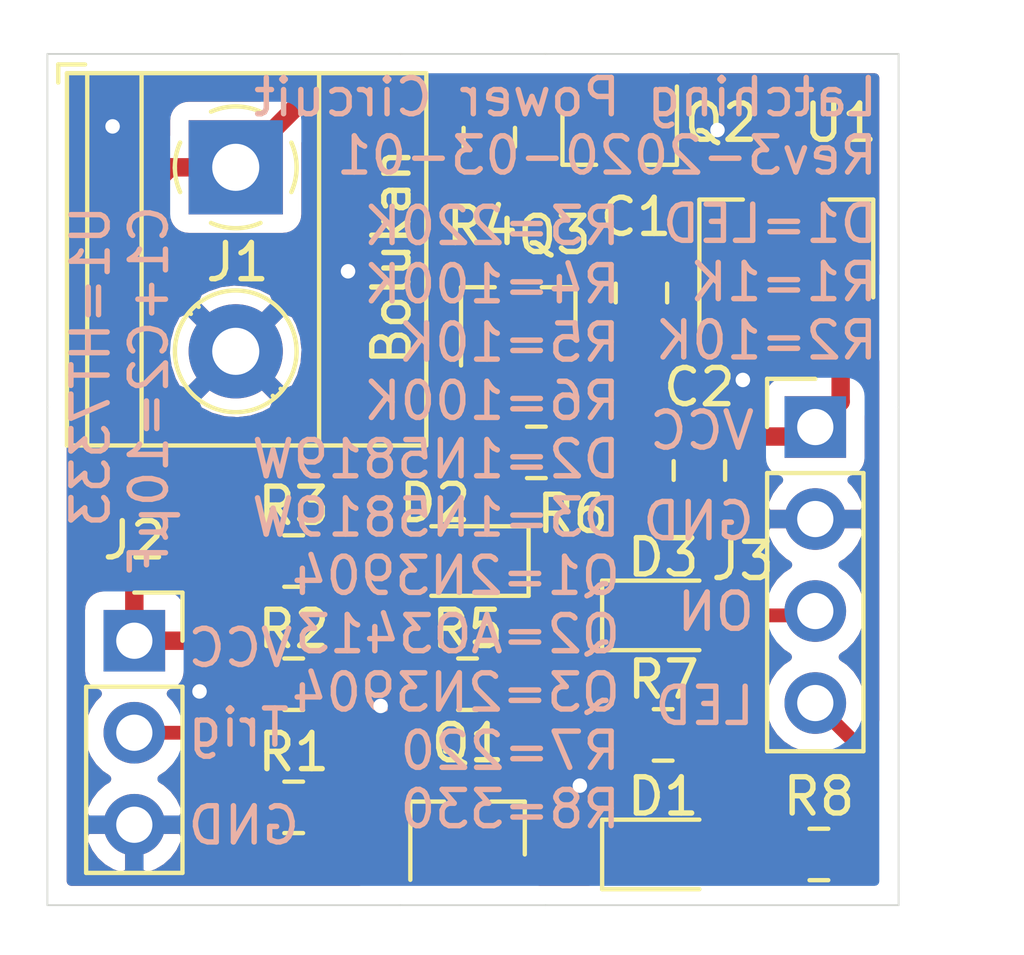
<source format=kicad_pcb>
(kicad_pcb (version 20171130) (host pcbnew "(5.1.5)-3")

  (general
    (thickness 1.6)
    (drawings 24)
    (tracks 73)
    (zones 0)
    (modules 20)
    (nets 16)
  )

  (page A4)
  (layers
    (0 F.Cu signal)
    (31 B.Cu signal)
    (32 B.Adhes user)
    (33 F.Adhes user)
    (34 B.Paste user)
    (35 F.Paste user)
    (36 B.SilkS user)
    (37 F.SilkS user)
    (38 B.Mask user)
    (39 F.Mask user)
    (40 Dwgs.User user)
    (41 Cmts.User user)
    (42 Eco1.User user)
    (43 Eco2.User user)
    (44 Edge.Cuts user)
    (45 Margin user)
    (46 B.CrtYd user)
    (47 F.CrtYd user)
    (48 B.Fab user)
    (49 F.Fab user)
  )

  (setup
    (last_trace_width 0.381)
    (trace_clearance 0.25)
    (zone_clearance 0.508)
    (zone_45_only no)
    (trace_min 0.2)
    (via_size 0.8)
    (via_drill 0.4)
    (via_min_size 0.4)
    (via_min_drill 0.3)
    (uvia_size 0.3)
    (uvia_drill 0.1)
    (uvias_allowed no)
    (uvia_min_size 0.2)
    (uvia_min_drill 0.1)
    (edge_width 0.05)
    (segment_width 0.2)
    (pcb_text_width 0.3)
    (pcb_text_size 1.5 1.5)
    (mod_edge_width 0.12)
    (mod_text_size 1 1)
    (mod_text_width 0.15)
    (pad_size 1.524 1.524)
    (pad_drill 0.762)
    (pad_to_mask_clearance 0.051)
    (solder_mask_min_width 0.25)
    (aux_axis_origin 0 0)
    (visible_elements 7FFFFFFF)
    (pcbplotparams
      (layerselection 0x010fc_ffffffff)
      (usegerberextensions false)
      (usegerberattributes false)
      (usegerberadvancedattributes false)
      (creategerberjobfile false)
      (excludeedgelayer true)
      (linewidth 0.100000)
      (plotframeref false)
      (viasonmask false)
      (mode 1)
      (useauxorigin false)
      (hpglpennumber 1)
      (hpglpenspeed 20)
      (hpglpendiameter 15.000000)
      (psnegative false)
      (psa4output false)
      (plotreference true)
      (plotvalue true)
      (plotinvisibletext false)
      (padsonsilk false)
      (subtractmaskfromsilk false)
      (outputformat 1)
      (mirror false)
      (drillshape 0)
      (scaleselection 1)
      (outputdirectory "./Gerber/"))
  )

  (net 0 "")
  (net 1 "Net-(D1-Pad2)")
  (net 2 "Net-(D2-Pad2)")
  (net 3 "Net-(D2-Pad1)")
  (net 4 "Net-(D3-Pad2)")
  (net 5 "Net-(D3-Pad1)")
  (net 6 VCC)
  (net 7 GND)
  (net 8 /trigger)
  (net 9 "Net-(Q1-Pad3)")
  (net 10 "Net-(Q1-Pad2)")
  (net 11 "Net-(Q1-Pad1)")
  (net 12 "Net-(Q2-Pad1)")
  (net 13 "Net-(J3-Pad4)")
  (net 14 "Net-(C1-Pad1)")
  (net 15 "Net-(C2-Pad1)")

  (net_class Default "This is the default net class."
    (clearance 0.25)
    (trace_width 0.381)
    (via_dia 0.8)
    (via_drill 0.4)
    (uvia_dia 0.3)
    (uvia_drill 0.1)
    (add_net /trigger)
    (add_net "Net-(D1-Pad2)")
    (add_net "Net-(D2-Pad1)")
    (add_net "Net-(D2-Pad2)")
    (add_net "Net-(D3-Pad1)")
    (add_net "Net-(D3-Pad2)")
    (add_net "Net-(J3-Pad4)")
    (add_net "Net-(Q1-Pad1)")
    (add_net "Net-(Q1-Pad2)")
    (add_net "Net-(Q1-Pad3)")
    (add_net "Net-(Q2-Pad1)")
  )

  (net_class VCC ""
    (clearance 0.3048)
    (trace_width 0.508)
    (via_dia 0.8)
    (via_drill 0.4)
    (uvia_dia 0.3)
    (uvia_drill 0.1)
    (add_net GND)
    (add_net "Net-(C1-Pad1)")
    (add_net "Net-(C2-Pad1)")
    (add_net VCC)
  )

  (module Package_TO_SOT_SMD:SOT-23 (layer F.Cu) (tedit 5A02FF57) (tstamp 5E59BEE1)
    (at 55.8 42.3 270)
    (descr "SOT-23, Standard")
    (tags SOT-23)
    (path /5E5BF2E1)
    (attr smd)
    (fp_text reference Q2 (at -0.4 -2.8 180) (layer F.SilkS)
      (effects (font (size 1 1) (thickness 0.15)))
    )
    (fp_text value AO3413 (at 0 2.5 90) (layer F.Fab)
      (effects (font (size 1 1) (thickness 0.15)))
    )
    (fp_line (start 0.76 1.58) (end -0.7 1.58) (layer F.SilkS) (width 0.12))
    (fp_line (start 0.76 -1.58) (end -1.4 -1.58) (layer F.SilkS) (width 0.12))
    (fp_line (start -1.7 1.75) (end -1.7 -1.75) (layer F.CrtYd) (width 0.05))
    (fp_line (start 1.7 1.75) (end -1.7 1.75) (layer F.CrtYd) (width 0.05))
    (fp_line (start 1.7 -1.75) (end 1.7 1.75) (layer F.CrtYd) (width 0.05))
    (fp_line (start -1.7 -1.75) (end 1.7 -1.75) (layer F.CrtYd) (width 0.05))
    (fp_line (start 0.76 -1.58) (end 0.76 -0.65) (layer F.SilkS) (width 0.12))
    (fp_line (start 0.76 1.58) (end 0.76 0.65) (layer F.SilkS) (width 0.12))
    (fp_line (start -0.7 1.52) (end 0.7 1.52) (layer F.Fab) (width 0.1))
    (fp_line (start 0.7 -1.52) (end 0.7 1.52) (layer F.Fab) (width 0.1))
    (fp_line (start -0.7 -0.95) (end -0.15 -1.52) (layer F.Fab) (width 0.1))
    (fp_line (start -0.15 -1.52) (end 0.7 -1.52) (layer F.Fab) (width 0.1))
    (fp_line (start -0.7 -0.95) (end -0.7 1.5) (layer F.Fab) (width 0.1))
    (fp_text user %R (at 0 0) (layer F.Fab)
      (effects (font (size 0.5 0.5) (thickness 0.075)))
    )
    (pad 3 smd rect (at 1 0 270) (size 0.9 0.8) (layers F.Cu F.Paste F.Mask)
      (net 14 "Net-(C1-Pad1)"))
    (pad 2 smd rect (at -1 0.95 270) (size 0.9 0.8) (layers F.Cu F.Paste F.Mask)
      (net 6 VCC))
    (pad 1 smd rect (at -1 -0.95 270) (size 0.9 0.8) (layers F.Cu F.Paste F.Mask)
      (net 12 "Net-(Q2-Pad1)"))
    (model ${KISYS3DMOD}/Package_TO_SOT_SMD.3dshapes/SOT-23.wrl
      (at (xyz 0 0 0))
      (scale (xyz 1 1 1))
      (rotate (xyz 0 0 0))
    )
  )

  (module Connector_PinHeader_2.54mm:PinHeader_1x04_P2.54mm_Vertical (layer F.Cu) (tedit 59FED5CC) (tstamp 5E59BEB7)
    (at 61.2 50.3)
    (descr "Through hole straight pin header, 1x04, 2.54mm pitch, single row")
    (tags "Through hole pin header THT 1x04 2.54mm single row")
    (path /5E59803C)
    (fp_text reference J3 (at -2 3.7) (layer F.SilkS)
      (effects (font (size 1 1) (thickness 0.15)))
    )
    (fp_text value Microcontroller (at 0 9.95) (layer F.Fab)
      (effects (font (size 1 1) (thickness 0.15)))
    )
    (fp_text user %R (at 0 3.81 90) (layer F.Fab)
      (effects (font (size 1 1) (thickness 0.15)))
    )
    (fp_line (start 1.8 -1.8) (end -1.8 -1.8) (layer F.CrtYd) (width 0.05))
    (fp_line (start 1.8 9.4) (end 1.8 -1.8) (layer F.CrtYd) (width 0.05))
    (fp_line (start -1.8 9.4) (end 1.8 9.4) (layer F.CrtYd) (width 0.05))
    (fp_line (start -1.8 -1.8) (end -1.8 9.4) (layer F.CrtYd) (width 0.05))
    (fp_line (start -1.33 -1.33) (end 0 -1.33) (layer F.SilkS) (width 0.12))
    (fp_line (start -1.33 0) (end -1.33 -1.33) (layer F.SilkS) (width 0.12))
    (fp_line (start -1.33 1.27) (end 1.33 1.27) (layer F.SilkS) (width 0.12))
    (fp_line (start 1.33 1.27) (end 1.33 8.95) (layer F.SilkS) (width 0.12))
    (fp_line (start -1.33 1.27) (end -1.33 8.95) (layer F.SilkS) (width 0.12))
    (fp_line (start -1.33 8.95) (end 1.33 8.95) (layer F.SilkS) (width 0.12))
    (fp_line (start -1.27 -0.635) (end -0.635 -1.27) (layer F.Fab) (width 0.1))
    (fp_line (start -1.27 8.89) (end -1.27 -0.635) (layer F.Fab) (width 0.1))
    (fp_line (start 1.27 8.89) (end -1.27 8.89) (layer F.Fab) (width 0.1))
    (fp_line (start 1.27 -1.27) (end 1.27 8.89) (layer F.Fab) (width 0.1))
    (fp_line (start -0.635 -1.27) (end 1.27 -1.27) (layer F.Fab) (width 0.1))
    (pad 4 thru_hole oval (at 0 7.62) (size 1.7 1.7) (drill 1) (layers *.Cu *.Mask)
      (net 13 "Net-(J3-Pad4)"))
    (pad 3 thru_hole oval (at 0 5.08) (size 1.7 1.7) (drill 1) (layers *.Cu *.Mask)
      (net 4 "Net-(D3-Pad2)"))
    (pad 2 thru_hole oval (at 0 2.54) (size 1.7 1.7) (drill 1) (layers *.Cu *.Mask)
      (net 7 GND))
    (pad 1 thru_hole rect (at 0 0) (size 1.7 1.7) (drill 1) (layers *.Cu *.Mask)
      (net 15 "Net-(C2-Pad1)"))
    (model ${KISYS3DMOD}/Connector_PinHeader_2.54mm.3dshapes/PinHeader_1x04_P2.54mm_Vertical.wrl
      (at (xyz 0 0 0))
      (scale (xyz 1 1 1))
      (rotate (xyz 0 0 0))
    )
  )

  (module Package_TO_SOT_SMD:SOT-89-3 (layer F.Cu) (tedit 5A02FF57) (tstamp 5E5BAFA0)
    (at 60.4 45.8 90)
    (descr SOT-89-3)
    (tags SOT-89-3)
    (path /5E5BDFD3)
    (attr smd)
    (fp_text reference U1 (at 3.9 1.5 180) (layer F.SilkS)
      (effects (font (size 1 1) (thickness 0.15)))
    )
    (fp_text value HT73xx-1-SOT89 (at 0.45 3.25 90) (layer F.Fab)
      (effects (font (size 1 1) (thickness 0.15)))
    )
    (fp_line (start -2.48 2.55) (end -2.48 -2.55) (layer F.CrtYd) (width 0.05))
    (fp_line (start -2.48 2.55) (end 3.23 2.55) (layer F.CrtYd) (width 0.05))
    (fp_line (start 3.23 -2.55) (end -2.48 -2.55) (layer F.CrtYd) (width 0.05))
    (fp_line (start 3.23 -2.55) (end 3.23 2.55) (layer F.CrtYd) (width 0.05))
    (fp_line (start -0.13 -2.3) (end 1.68 -2.3) (layer F.Fab) (width 0.1))
    (fp_line (start -0.92 2.3) (end -0.92 -1.51) (layer F.Fab) (width 0.1))
    (fp_line (start 1.68 2.3) (end -0.92 2.3) (layer F.Fab) (width 0.1))
    (fp_line (start 1.68 -2.3) (end 1.68 2.3) (layer F.Fab) (width 0.1))
    (fp_line (start -0.92 -1.51) (end -0.13 -2.3) (layer F.Fab) (width 0.1))
    (fp_line (start 1.78 -2.4) (end 1.78 -1.2) (layer F.SilkS) (width 0.12))
    (fp_line (start -2.22 -2.4) (end 1.78 -2.4) (layer F.SilkS) (width 0.12))
    (fp_line (start 1.78 2.4) (end -0.92 2.4) (layer F.SilkS) (width 0.12))
    (fp_line (start 1.78 1.2) (end 1.78 2.4) (layer F.SilkS) (width 0.12))
    (fp_text user %R (at 0.38 0) (layer F.Fab)
      (effects (font (size 0.6 0.6) (thickness 0.09)))
    )
    (pad 2 smd trapezoid (at -0.0762 0 180) (size 1.5 1) (rect_delta 0 0.7 ) (layers F.Cu F.Paste F.Mask)
      (net 14 "Net-(C1-Pad1)"))
    (pad 2 smd rect (at 1.3335 0) (size 2.2 1.84) (layers F.Cu F.Paste F.Mask)
      (net 14 "Net-(C1-Pad1)"))
    (pad 3 smd rect (at -1.48 1.5) (size 1 1.5) (layers F.Cu F.Paste F.Mask)
      (net 15 "Net-(C2-Pad1)"))
    (pad 2 smd rect (at -1.3335 0) (size 1 1.8) (layers F.Cu F.Paste F.Mask)
      (net 14 "Net-(C1-Pad1)"))
    (pad 1 smd rect (at -1.48 -1.5) (size 1 1.5) (layers F.Cu F.Paste F.Mask)
      (net 7 GND))
    (pad 2 smd trapezoid (at 2.667 0) (size 1.6 0.85) (rect_delta 0 0.6 ) (layers F.Cu F.Paste F.Mask)
      (net 14 "Net-(C1-Pad1)"))
    (model ${KISYS3DMOD}/Package_TO_SOT_SMD.3dshapes/SOT-89-3.wrl
      (at (xyz 0 0 0))
      (scale (xyz 1 1 1))
      (rotate (xyz 0 0 0))
    )
  )

  (module Capacitor_SMD:C_0805_2012Metric (layer F.Cu) (tedit 5B36C52B) (tstamp 5E5BACF4)
    (at 58 51.5 270)
    (descr "Capacitor SMD 0805 (2012 Metric), square (rectangular) end terminal, IPC_7351 nominal, (Body size source: https://docs.google.com/spreadsheets/d/1BsfQQcO9C6DZCsRaXUlFlo91Tg2WpOkGARC1WS5S8t0/edit?usp=sharing), generated with kicad-footprint-generator")
    (tags capacitor)
    (path /5E5C5E9A)
    (attr smd)
    (fp_text reference C2 (at -2.3 0 180) (layer F.SilkS)
      (effects (font (size 1 1) (thickness 0.15)))
    )
    (fp_text value 10µF (at 0 1.65 90) (layer F.Fab)
      (effects (font (size 1 1) (thickness 0.15)))
    )
    (fp_text user %R (at 0 0 90) (layer F.Fab)
      (effects (font (size 0.5 0.5) (thickness 0.08)))
    )
    (fp_line (start 1.68 0.95) (end -1.68 0.95) (layer F.CrtYd) (width 0.05))
    (fp_line (start 1.68 -0.95) (end 1.68 0.95) (layer F.CrtYd) (width 0.05))
    (fp_line (start -1.68 -0.95) (end 1.68 -0.95) (layer F.CrtYd) (width 0.05))
    (fp_line (start -1.68 0.95) (end -1.68 -0.95) (layer F.CrtYd) (width 0.05))
    (fp_line (start -0.258578 0.71) (end 0.258578 0.71) (layer F.SilkS) (width 0.12))
    (fp_line (start -0.258578 -0.71) (end 0.258578 -0.71) (layer F.SilkS) (width 0.12))
    (fp_line (start 1 0.6) (end -1 0.6) (layer F.Fab) (width 0.1))
    (fp_line (start 1 -0.6) (end 1 0.6) (layer F.Fab) (width 0.1))
    (fp_line (start -1 -0.6) (end 1 -0.6) (layer F.Fab) (width 0.1))
    (fp_line (start -1 0.6) (end -1 -0.6) (layer F.Fab) (width 0.1))
    (pad 2 smd roundrect (at 0.9375 0 270) (size 0.975 1.4) (layers F.Cu F.Paste F.Mask) (roundrect_rratio 0.25)
      (net 7 GND))
    (pad 1 smd roundrect (at -0.9375 0 270) (size 0.975 1.4) (layers F.Cu F.Paste F.Mask) (roundrect_rratio 0.25)
      (net 15 "Net-(C2-Pad1)"))
    (model ${KISYS3DMOD}/Capacitor_SMD.3dshapes/C_0805_2012Metric.wrl
      (at (xyz 0 0 0))
      (scale (xyz 1 1 1))
      (rotate (xyz 0 0 0))
    )
  )

  (module Capacitor_SMD:C_0805_2012Metric (layer F.Cu) (tedit 5B36C52B) (tstamp 5E5BACE3)
    (at 56.4 46.6 270)
    (descr "Capacitor SMD 0805 (2012 Metric), square (rectangular) end terminal, IPC_7351 nominal, (Body size source: https://docs.google.com/spreadsheets/d/1BsfQQcO9C6DZCsRaXUlFlo91Tg2WpOkGARC1WS5S8t0/edit?usp=sharing), generated with kicad-footprint-generator")
    (tags capacitor)
    (path /5E5C27B8)
    (attr smd)
    (fp_text reference C1 (at -2.1 0.15 180) (layer F.SilkS)
      (effects (font (size 1 1) (thickness 0.15)))
    )
    (fp_text value 10µF (at 0 1.65 90) (layer F.Fab)
      (effects (font (size 1 1) (thickness 0.15)))
    )
    (fp_text user %R (at 0 0 90) (layer F.Fab)
      (effects (font (size 0.5 0.5) (thickness 0.08)))
    )
    (fp_line (start 1.68 0.95) (end -1.68 0.95) (layer F.CrtYd) (width 0.05))
    (fp_line (start 1.68 -0.95) (end 1.68 0.95) (layer F.CrtYd) (width 0.05))
    (fp_line (start -1.68 -0.95) (end 1.68 -0.95) (layer F.CrtYd) (width 0.05))
    (fp_line (start -1.68 0.95) (end -1.68 -0.95) (layer F.CrtYd) (width 0.05))
    (fp_line (start -0.258578 0.71) (end 0.258578 0.71) (layer F.SilkS) (width 0.12))
    (fp_line (start -0.258578 -0.71) (end 0.258578 -0.71) (layer F.SilkS) (width 0.12))
    (fp_line (start 1 0.6) (end -1 0.6) (layer F.Fab) (width 0.1))
    (fp_line (start 1 -0.6) (end 1 0.6) (layer F.Fab) (width 0.1))
    (fp_line (start -1 -0.6) (end 1 -0.6) (layer F.Fab) (width 0.1))
    (fp_line (start -1 0.6) (end -1 -0.6) (layer F.Fab) (width 0.1))
    (pad 2 smd roundrect (at 0.9375 0 270) (size 0.975 1.4) (layers F.Cu F.Paste F.Mask) (roundrect_rratio 0.25)
      (net 7 GND))
    (pad 1 smd roundrect (at -0.9375 0 270) (size 0.975 1.4) (layers F.Cu F.Paste F.Mask) (roundrect_rratio 0.25)
      (net 14 "Net-(C1-Pad1)"))
    (model ${KISYS3DMOD}/Capacitor_SMD.3dshapes/C_0805_2012Metric.wrl
      (at (xyz 0 0 0))
      (scale (xyz 1 1 1))
      (rotate (xyz 0 0 0))
    )
  )

  (module Diode_SMD:D_0805_2012Metric (layer F.Cu) (tedit 5B36C52B) (tstamp 5E5B1735)
    (at 51.6 54 180)
    (descr "Diode SMD 0805 (2012 Metric), square (rectangular) end terminal, IPC_7351 nominal, (Body size source: https://docs.google.com/spreadsheets/d/1BsfQQcO9C6DZCsRaXUlFlo91Tg2WpOkGARC1WS5S8t0/edit?usp=sharing), generated with kicad-footprint-generator")
    (tags diode)
    (path /5E5C4F81)
    (attr smd)
    (fp_text reference D2 (at 0.9 1.6) (layer F.SilkS)
      (effects (font (size 1 1) (thickness 0.15)))
    )
    (fp_text value 1N5819W (at 0 1.65) (layer F.Fab)
      (effects (font (size 1 1) (thickness 0.15)))
    )
    (fp_text user %R (at -0.094 -0.2) (layer F.Fab)
      (effects (font (size 0.5 0.5) (thickness 0.08)))
    )
    (fp_line (start 1.68 0.95) (end -1.68 0.95) (layer F.CrtYd) (width 0.05))
    (fp_line (start 1.68 -0.95) (end 1.68 0.95) (layer F.CrtYd) (width 0.05))
    (fp_line (start -1.68 -0.95) (end 1.68 -0.95) (layer F.CrtYd) (width 0.05))
    (fp_line (start -1.68 0.95) (end -1.68 -0.95) (layer F.CrtYd) (width 0.05))
    (fp_line (start -1.685 0.96) (end 1 0.96) (layer F.SilkS) (width 0.12))
    (fp_line (start -1.685 -0.96) (end -1.685 0.96) (layer F.SilkS) (width 0.12))
    (fp_line (start 1 -0.96) (end -1.685 -0.96) (layer F.SilkS) (width 0.12))
    (fp_line (start 1 0.6) (end 1 -0.6) (layer F.Fab) (width 0.1))
    (fp_line (start -1 0.6) (end 1 0.6) (layer F.Fab) (width 0.1))
    (fp_line (start -1 -0.3) (end -1 0.6) (layer F.Fab) (width 0.1))
    (fp_line (start -0.7 -0.6) (end -1 -0.3) (layer F.Fab) (width 0.1))
    (fp_line (start 1 -0.6) (end -0.7 -0.6) (layer F.Fab) (width 0.1))
    (pad 2 smd roundrect (at 0.9375 0 180) (size 0.975 1.4) (layers F.Cu F.Paste F.Mask) (roundrect_rratio 0.25)
      (net 2 "Net-(D2-Pad2)"))
    (pad 1 smd roundrect (at -0.9375 0 180) (size 0.975 1.4) (layers F.Cu F.Paste F.Mask) (roundrect_rratio 0.25)
      (net 3 "Net-(D2-Pad1)"))
    (model ${KISYS3DMOD}/Diode_SMD.3dshapes/D_0805_2012Metric.wrl
      (at (xyz 0 0 0))
      (scale (xyz 1 1 1))
      (rotate (xyz 0 0 0))
    )
  )

  (module Resistor_SMD:R_0805_2012Metric (layer F.Cu) (tedit 5B36C52B) (tstamp 5E5B1703)
    (at 46.8 54 180)
    (descr "Resistor SMD 0805 (2012 Metric), square (rectangular) end terminal, IPC_7351 nominal, (Body size source: https://docs.google.com/spreadsheets/d/1BsfQQcO9C6DZCsRaXUlFlo91Tg2WpOkGARC1WS5S8t0/edit?usp=sharing), generated with kicad-footprint-generator")
    (tags resistor)
    (path /5E59A4BA)
    (attr smd)
    (fp_text reference R3 (at 0 1.524) (layer F.SilkS)
      (effects (font (size 1 1) (thickness 0.15)))
    )
    (fp_text value 220K (at 0 1.65) (layer F.Fab)
      (effects (font (size 1 1) (thickness 0.15)))
    )
    (fp_text user %R (at 0 0) (layer F.Fab)
      (effects (font (size 0.5 0.5) (thickness 0.08)))
    )
    (fp_line (start 1.68 0.95) (end -1.68 0.95) (layer F.CrtYd) (width 0.05))
    (fp_line (start 1.68 -0.95) (end 1.68 0.95) (layer F.CrtYd) (width 0.05))
    (fp_line (start -1.68 -0.95) (end 1.68 -0.95) (layer F.CrtYd) (width 0.05))
    (fp_line (start -1.68 0.95) (end -1.68 -0.95) (layer F.CrtYd) (width 0.05))
    (fp_line (start -0.258578 0.71) (end 0.258578 0.71) (layer F.SilkS) (width 0.12))
    (fp_line (start -0.258578 -0.71) (end 0.258578 -0.71) (layer F.SilkS) (width 0.12))
    (fp_line (start 1 0.6) (end -1 0.6) (layer F.Fab) (width 0.1))
    (fp_line (start 1 -0.6) (end 1 0.6) (layer F.Fab) (width 0.1))
    (fp_line (start -1 -0.6) (end 1 -0.6) (layer F.Fab) (width 0.1))
    (fp_line (start -1 0.6) (end -1 -0.6) (layer F.Fab) (width 0.1))
    (pad 2 smd roundrect (at 0.9375 0 180) (size 0.975 1.4) (layers F.Cu F.Paste F.Mask) (roundrect_rratio 0.25)
      (net 7 GND))
    (pad 1 smd roundrect (at -0.9375 0 180) (size 0.975 1.4) (layers F.Cu F.Paste F.Mask) (roundrect_rratio 0.25)
      (net 10 "Net-(Q1-Pad2)"))
    (model ${KISYS3DMOD}/Resistor_SMD.3dshapes/R_0805_2012Metric.wrl
      (at (xyz 0 0 0))
      (scale (xyz 1 1 1))
      (rotate (xyz 0 0 0))
    )
  )

  (module Resistor_SMD:R_0805_2012Metric (layer F.Cu) (tedit 5B36C52B) (tstamp 5E59BF4B)
    (at 51.6 57.4)
    (descr "Resistor SMD 0805 (2012 Metric), square (rectangular) end terminal, IPC_7351 nominal, (Body size source: https://docs.google.com/spreadsheets/d/1BsfQQcO9C6DZCsRaXUlFlo91Tg2WpOkGARC1WS5S8t0/edit?usp=sharing), generated with kicad-footprint-generator")
    (tags resistor)
    (path /5E59B25A)
    (attr smd)
    (fp_text reference R5 (at 0 -1.524) (layer F.SilkS)
      (effects (font (size 1 1) (thickness 0.15)))
    )
    (fp_text value 10K (at 0 1.65) (layer F.Fab)
      (effects (font (size 1 1) (thickness 0.15)))
    )
    (fp_text user %R (at 0 0) (layer F.Fab)
      (effects (font (size 0.5 0.5) (thickness 0.08)))
    )
    (fp_line (start 1.68 0.95) (end -1.68 0.95) (layer F.CrtYd) (width 0.05))
    (fp_line (start 1.68 -0.95) (end 1.68 0.95) (layer F.CrtYd) (width 0.05))
    (fp_line (start -1.68 -0.95) (end 1.68 -0.95) (layer F.CrtYd) (width 0.05))
    (fp_line (start -1.68 0.95) (end -1.68 -0.95) (layer F.CrtYd) (width 0.05))
    (fp_line (start -0.258578 0.71) (end 0.258578 0.71) (layer F.SilkS) (width 0.12))
    (fp_line (start -0.258578 -0.71) (end 0.258578 -0.71) (layer F.SilkS) (width 0.12))
    (fp_line (start 1 0.6) (end -1 0.6) (layer F.Fab) (width 0.1))
    (fp_line (start 1 -0.6) (end 1 0.6) (layer F.Fab) (width 0.1))
    (fp_line (start -1 -0.6) (end 1 -0.6) (layer F.Fab) (width 0.1))
    (fp_line (start -1 0.6) (end -1 -0.6) (layer F.Fab) (width 0.1))
    (pad 2 smd roundrect (at 0.9375 0) (size 0.975 1.4) (layers F.Cu F.Paste F.Mask) (roundrect_rratio 0.25)
      (net 2 "Net-(D2-Pad2)"))
    (pad 1 smd roundrect (at -0.9375 0) (size 0.975 1.4) (layers F.Cu F.Paste F.Mask) (roundrect_rratio 0.25)
      (net 10 "Net-(Q1-Pad2)"))
    (model ${KISYS3DMOD}/Resistor_SMD.3dshapes/R_0805_2012Metric.wrl
      (at (xyz 0 0 0))
      (scale (xyz 1 1 1))
      (rotate (xyz 0 0 0))
    )
  )

  (module Resistor_SMD:R_0805_2012Metric (layer F.Cu) (tedit 5B36C52B) (tstamp 5E59BF18)
    (at 46.8 57.4)
    (descr "Resistor SMD 0805 (2012 Metric), square (rectangular) end terminal, IPC_7351 nominal, (Body size source: https://docs.google.com/spreadsheets/d/1BsfQQcO9C6DZCsRaXUlFlo91Tg2WpOkGARC1WS5S8t0/edit?usp=sharing), generated with kicad-footprint-generator")
    (tags resistor)
    (path /5E599A7D)
    (attr smd)
    (fp_text reference R2 (at 0 -1.524) (layer F.SilkS)
      (effects (font (size 1 1) (thickness 0.15)))
    )
    (fp_text value 10K (at 0 1.65) (layer F.Fab)
      (effects (font (size 1 1) (thickness 0.15)))
    )
    (fp_text user %R (at 0 0) (layer F.Fab)
      (effects (font (size 0.5 0.5) (thickness 0.08)))
    )
    (fp_line (start 1.68 0.95) (end -1.68 0.95) (layer F.CrtYd) (width 0.05))
    (fp_line (start 1.68 -0.95) (end 1.68 0.95) (layer F.CrtYd) (width 0.05))
    (fp_line (start -1.68 -0.95) (end 1.68 -0.95) (layer F.CrtYd) (width 0.05))
    (fp_line (start -1.68 0.95) (end -1.68 -0.95) (layer F.CrtYd) (width 0.05))
    (fp_line (start -0.258578 0.71) (end 0.258578 0.71) (layer F.SilkS) (width 0.12))
    (fp_line (start -0.258578 -0.71) (end 0.258578 -0.71) (layer F.SilkS) (width 0.12))
    (fp_line (start 1 0.6) (end -1 0.6) (layer F.Fab) (width 0.1))
    (fp_line (start 1 -0.6) (end 1 0.6) (layer F.Fab) (width 0.1))
    (fp_line (start -1 -0.6) (end 1 -0.6) (layer F.Fab) (width 0.1))
    (fp_line (start -1 0.6) (end -1 -0.6) (layer F.Fab) (width 0.1))
    (pad 2 smd roundrect (at 0.9375 0) (size 0.975 1.4) (layers F.Cu F.Paste F.Mask) (roundrect_rratio 0.25)
      (net 9 "Net-(Q1-Pad3)"))
    (pad 1 smd roundrect (at -0.9375 0) (size 0.975 1.4) (layers F.Cu F.Paste F.Mask) (roundrect_rratio 0.25)
      (net 6 VCC))
    (model ${KISYS3DMOD}/Resistor_SMD.3dshapes/R_0805_2012Metric.wrl
      (at (xyz 0 0 0))
      (scale (xyz 1 1 1))
      (rotate (xyz 0 0 0))
    )
  )

  (module Connector_PinSocket_2.54mm:PinSocket_1x03_P2.54mm_Vertical (layer F.Cu) (tedit 5A19A429) (tstamp 5E5A98A9)
    (at 42.4 56.2)
    (descr "Through hole straight socket strip, 1x03, 2.54mm pitch, single row (from Kicad 4.0.7), script generated")
    (tags "Through hole socket strip THT 1x03 2.54mm single row")
    (path /5E596FDC)
    (fp_text reference J2 (at 0 -2.77) (layer F.SilkS)
      (effects (font (size 1 1) (thickness 0.15)))
    )
    (fp_text value Trigger (at 0 7.85) (layer F.Fab)
      (effects (font (size 1 1) (thickness 0.15)))
    )
    (fp_text user %R (at 0 2.54 90) (layer F.Fab)
      (effects (font (size 1 1) (thickness 0.15)))
    )
    (fp_line (start -1.8 6.85) (end -1.8 -1.8) (layer F.CrtYd) (width 0.05))
    (fp_line (start 1.75 6.85) (end -1.8 6.85) (layer F.CrtYd) (width 0.05))
    (fp_line (start 1.75 -1.8) (end 1.75 6.85) (layer F.CrtYd) (width 0.05))
    (fp_line (start -1.8 -1.8) (end 1.75 -1.8) (layer F.CrtYd) (width 0.05))
    (fp_line (start 0 -1.33) (end 1.33 -1.33) (layer F.SilkS) (width 0.12))
    (fp_line (start 1.33 -1.33) (end 1.33 0) (layer F.SilkS) (width 0.12))
    (fp_line (start 1.33 1.27) (end 1.33 6.41) (layer F.SilkS) (width 0.12))
    (fp_line (start -1.33 6.41) (end 1.33 6.41) (layer F.SilkS) (width 0.12))
    (fp_line (start -1.33 1.27) (end -1.33 6.41) (layer F.SilkS) (width 0.12))
    (fp_line (start -1.33 1.27) (end 1.33 1.27) (layer F.SilkS) (width 0.12))
    (fp_line (start -1.27 6.35) (end -1.27 -1.27) (layer F.Fab) (width 0.1))
    (fp_line (start 1.27 6.35) (end -1.27 6.35) (layer F.Fab) (width 0.1))
    (fp_line (start 1.27 -0.635) (end 1.27 6.35) (layer F.Fab) (width 0.1))
    (fp_line (start 0.635 -1.27) (end 1.27 -0.635) (layer F.Fab) (width 0.1))
    (fp_line (start -1.27 -1.27) (end 0.635 -1.27) (layer F.Fab) (width 0.1))
    (pad 3 thru_hole oval (at 0 5.08) (size 1.7 1.7) (drill 1) (layers *.Cu *.Mask)
      (net 7 GND))
    (pad 2 thru_hole oval (at 0 2.54) (size 1.7 1.7) (drill 1) (layers *.Cu *.Mask)
      (net 8 /trigger))
    (pad 1 thru_hole rect (at 0 0) (size 1.7 1.7) (drill 1) (layers *.Cu *.Mask)
      (net 6 VCC))
    (model ${KISYS3DMOD}/Connector_PinSocket_2.54mm.3dshapes/PinSocket_1x03_P2.54mm_Vertical.wrl
      (at (xyz 0 0 0))
      (scale (xyz 1 1 1))
      (rotate (xyz 0 0 0))
    )
  )

  (module TerminalBlock_Phoenix:TerminalBlock_Phoenix_MKDS-1,5-2-5.08_1x02_P5.08mm_Horizontal (layer F.Cu) (tedit 5B294EBC) (tstamp 5E5AC127)
    (at 45.2 43.13 270)
    (descr "Terminal Block Phoenix MKDS-1,5-2-5.08, 2 pins, pitch 5.08mm, size 10.2x9.8mm^2, drill diamater 1.3mm, pad diameter 2.6mm, see http://www.farnell.com/datasheets/100425.pdf, script-generated using https://github.com/pointhi/kicad-footprint-generator/scripts/TerminalBlock_Phoenix")
    (tags "THT Terminal Block Phoenix MKDS-1,5-2-5.08 pitch 5.08mm size 10.2x9.8mm^2 drill 1.3mm pad 2.6mm")
    (path /5E5C83E2)
    (fp_text reference J1 (at 2.62 -0.05 180) (layer F.SilkS)
      (effects (font (size 1 1) (thickness 0.15)))
    )
    (fp_text value "Power Supply" (at 2.54 5.66 90) (layer F.Fab)
      (effects (font (size 1 1) (thickness 0.15)))
    )
    (fp_text user %R (at 2.54 3.2 90) (layer F.Fab)
      (effects (font (size 1 1) (thickness 0.15)))
    )
    (fp_line (start 8.13 -5.71) (end -3.04 -5.71) (layer F.CrtYd) (width 0.05))
    (fp_line (start 8.13 5.1) (end 8.13 -5.71) (layer F.CrtYd) (width 0.05))
    (fp_line (start -3.04 5.1) (end 8.13 5.1) (layer F.CrtYd) (width 0.05))
    (fp_line (start -3.04 -5.71) (end -3.04 5.1) (layer F.CrtYd) (width 0.05))
    (fp_line (start -2.84 4.9) (end -2.34 4.9) (layer F.SilkS) (width 0.12))
    (fp_line (start -2.84 4.16) (end -2.84 4.9) (layer F.SilkS) (width 0.12))
    (fp_line (start 3.853 1.023) (end 3.806 1.069) (layer F.SilkS) (width 0.12))
    (fp_line (start 6.15 -1.275) (end 6.115 -1.239) (layer F.SilkS) (width 0.12))
    (fp_line (start 4.046 1.239) (end 4.011 1.274) (layer F.SilkS) (width 0.12))
    (fp_line (start 6.355 -1.069) (end 6.308 -1.023) (layer F.SilkS) (width 0.12))
    (fp_line (start 6.035 -1.138) (end 3.943 0.955) (layer F.Fab) (width 0.1))
    (fp_line (start 6.218 -0.955) (end 4.126 1.138) (layer F.Fab) (width 0.1))
    (fp_line (start 0.955 -1.138) (end -1.138 0.955) (layer F.Fab) (width 0.1))
    (fp_line (start 1.138 -0.955) (end -0.955 1.138) (layer F.Fab) (width 0.1))
    (fp_line (start 7.68 -5.261) (end 7.68 4.66) (layer F.SilkS) (width 0.12))
    (fp_line (start -2.6 -5.261) (end -2.6 4.66) (layer F.SilkS) (width 0.12))
    (fp_line (start -2.6 4.66) (end 7.68 4.66) (layer F.SilkS) (width 0.12))
    (fp_line (start -2.6 -5.261) (end 7.68 -5.261) (layer F.SilkS) (width 0.12))
    (fp_line (start -2.6 -2.301) (end 7.68 -2.301) (layer F.SilkS) (width 0.12))
    (fp_line (start -2.54 -2.3) (end 7.62 -2.3) (layer F.Fab) (width 0.1))
    (fp_line (start -2.6 2.6) (end 7.68 2.6) (layer F.SilkS) (width 0.12))
    (fp_line (start -2.54 2.6) (end 7.62 2.6) (layer F.Fab) (width 0.1))
    (fp_line (start -2.6 4.1) (end 7.68 4.1) (layer F.SilkS) (width 0.12))
    (fp_line (start -2.54 4.1) (end 7.62 4.1) (layer F.Fab) (width 0.1))
    (fp_line (start -2.54 4.1) (end -2.54 -5.2) (layer F.Fab) (width 0.1))
    (fp_line (start -2.04 4.6) (end -2.54 4.1) (layer F.Fab) (width 0.1))
    (fp_line (start 7.62 4.6) (end -2.04 4.6) (layer F.Fab) (width 0.1))
    (fp_line (start 7.62 -5.2) (end 7.62 4.6) (layer F.Fab) (width 0.1))
    (fp_line (start -2.54 -5.2) (end 7.62 -5.2) (layer F.Fab) (width 0.1))
    (fp_circle (center 5.08 0) (end 6.76 0) (layer F.SilkS) (width 0.12))
    (fp_circle (center 5.08 0) (end 6.58 0) (layer F.Fab) (width 0.1))
    (fp_circle (center 0 0) (end 1.5 0) (layer F.Fab) (width 0.1))
    (fp_arc (start 0 0) (end -0.684 1.535) (angle -25) (layer F.SilkS) (width 0.12))
    (fp_arc (start 0 0) (end -1.535 -0.684) (angle -48) (layer F.SilkS) (width 0.12))
    (fp_arc (start 0 0) (end 0.684 -1.535) (angle -48) (layer F.SilkS) (width 0.12))
    (fp_arc (start 0 0) (end 1.535 0.684) (angle -48) (layer F.SilkS) (width 0.12))
    (fp_arc (start 0 0) (end 0 1.68) (angle -24) (layer F.SilkS) (width 0.12))
    (pad 2 thru_hole circle (at 5.08 0 270) (size 2.6 2.6) (drill 1.3) (layers *.Cu *.Mask)
      (net 7 GND))
    (pad 1 thru_hole rect (at 0 0 270) (size 2.6 2.6) (drill 1.3) (layers *.Cu *.Mask)
      (net 6 VCC))
    (model ${KISYS3DMOD}/TerminalBlock_Phoenix.3dshapes/TerminalBlock_Phoenix_MKDS-1,5-2-5.08_1x02_P5.08mm_Horizontal.wrl
      (at (xyz 0 0 0))
      (scale (xyz 1 1 1))
      (rotate (xyz 0 0 0))
    )
  )

  (module Resistor_SMD:R_0805_2012Metric (layer F.Cu) (tedit 5B36C52B) (tstamp 5E59BF7E)
    (at 61.3 62.1 180)
    (descr "Resistor SMD 0805 (2012 Metric), square (rectangular) end terminal, IPC_7351 nominal, (Body size source: https://docs.google.com/spreadsheets/d/1BsfQQcO9C6DZCsRaXUlFlo91Tg2WpOkGARC1WS5S8t0/edit?usp=sharing), generated with kicad-footprint-generator")
    (tags resistor)
    (path /5E59D0F4)
    (attr smd)
    (fp_text reference R8 (at 0 1.6) (layer F.SilkS)
      (effects (font (size 1 1) (thickness 0.15)))
    )
    (fp_text value 330 (at 0 1.65) (layer F.Fab)
      (effects (font (size 1 1) (thickness 0.15)))
    )
    (fp_text user %R (at 0 0) (layer F.Fab)
      (effects (font (size 0.5 0.5) (thickness 0.08)))
    )
    (fp_line (start 1.68 0.95) (end -1.68 0.95) (layer F.CrtYd) (width 0.05))
    (fp_line (start 1.68 -0.95) (end 1.68 0.95) (layer F.CrtYd) (width 0.05))
    (fp_line (start -1.68 -0.95) (end 1.68 -0.95) (layer F.CrtYd) (width 0.05))
    (fp_line (start -1.68 0.95) (end -1.68 -0.95) (layer F.CrtYd) (width 0.05))
    (fp_line (start -0.258578 0.71) (end 0.258578 0.71) (layer F.SilkS) (width 0.12))
    (fp_line (start -0.258578 -0.71) (end 0.258578 -0.71) (layer F.SilkS) (width 0.12))
    (fp_line (start 1 0.6) (end -1 0.6) (layer F.Fab) (width 0.1))
    (fp_line (start 1 -0.6) (end 1 0.6) (layer F.Fab) (width 0.1))
    (fp_line (start -1 -0.6) (end 1 -0.6) (layer F.Fab) (width 0.1))
    (fp_line (start -1 0.6) (end -1 -0.6) (layer F.Fab) (width 0.1))
    (pad 2 smd roundrect (at 0.9375 0 180) (size 0.975 1.4) (layers F.Cu F.Paste F.Mask) (roundrect_rratio 0.25)
      (net 1 "Net-(D1-Pad2)"))
    (pad 1 smd roundrect (at -0.9375 0 180) (size 0.975 1.4) (layers F.Cu F.Paste F.Mask) (roundrect_rratio 0.25)
      (net 13 "Net-(J3-Pad4)"))
    (model ${KISYS3DMOD}/Resistor_SMD.3dshapes/R_0805_2012Metric.wrl
      (at (xyz 0 0 0))
      (scale (xyz 1 1 1))
      (rotate (xyz 0 0 0))
    )
  )

  (module Resistor_SMD:R_0805_2012Metric (layer F.Cu) (tedit 5B36C52B) (tstamp 5E59BF6D)
    (at 57 58.8 180)
    (descr "Resistor SMD 0805 (2012 Metric), square (rectangular) end terminal, IPC_7351 nominal, (Body size source: https://docs.google.com/spreadsheets/d/1BsfQQcO9C6DZCsRaXUlFlo91Tg2WpOkGARC1WS5S8t0/edit?usp=sharing), generated with kicad-footprint-generator")
    (tags resistor)
    (path /5E59C47F)
    (attr smd)
    (fp_text reference R7 (at -0.007 1.525) (layer F.SilkS)
      (effects (font (size 1 1) (thickness 0.15)))
    )
    (fp_text value 220 (at 0 1.65) (layer F.Fab)
      (effects (font (size 1 1) (thickness 0.15)))
    )
    (fp_text user %R (at 0 0) (layer F.Fab)
      (effects (font (size 0.5 0.5) (thickness 0.08)))
    )
    (fp_line (start 1.68 0.95) (end -1.68 0.95) (layer F.CrtYd) (width 0.05))
    (fp_line (start 1.68 -0.95) (end 1.68 0.95) (layer F.CrtYd) (width 0.05))
    (fp_line (start -1.68 -0.95) (end 1.68 -0.95) (layer F.CrtYd) (width 0.05))
    (fp_line (start -1.68 0.95) (end -1.68 -0.95) (layer F.CrtYd) (width 0.05))
    (fp_line (start -0.258578 0.71) (end 0.258578 0.71) (layer F.SilkS) (width 0.12))
    (fp_line (start -0.258578 -0.71) (end 0.258578 -0.71) (layer F.SilkS) (width 0.12))
    (fp_line (start 1 0.6) (end -1 0.6) (layer F.Fab) (width 0.1))
    (fp_line (start 1 -0.6) (end 1 0.6) (layer F.Fab) (width 0.1))
    (fp_line (start -1 -0.6) (end 1 -0.6) (layer F.Fab) (width 0.1))
    (fp_line (start -1 0.6) (end -1 -0.6) (layer F.Fab) (width 0.1))
    (pad 2 smd roundrect (at 0.9375 0 180) (size 0.975 1.4) (layers F.Cu F.Paste F.Mask) (roundrect_rratio 0.25)
      (net 3 "Net-(D2-Pad1)"))
    (pad 1 smd roundrect (at -0.9375 0 180) (size 0.975 1.4) (layers F.Cu F.Paste F.Mask) (roundrect_rratio 0.25)
      (net 5 "Net-(D3-Pad1)"))
    (model ${KISYS3DMOD}/Resistor_SMD.3dshapes/R_0805_2012Metric.wrl
      (at (xyz 0 0 0))
      (scale (xyz 1 1 1))
      (rotate (xyz 0 0 0))
    )
  )

  (module Resistor_SMD:R_0805_2012Metric (layer F.Cu) (tedit 5B36C52B) (tstamp 5E59BF5C)
    (at 53.5 51)
    (descr "Resistor SMD 0805 (2012 Metric), square (rectangular) end terminal, IPC_7351 nominal, (Body size source: https://docs.google.com/spreadsheets/d/1BsfQQcO9C6DZCsRaXUlFlo91Tg2WpOkGARC1WS5S8t0/edit?usp=sharing), generated with kicad-footprint-generator")
    (tags resistor)
    (path /5E59BD5B)
    (attr smd)
    (fp_text reference R6 (at 1 1.7) (layer F.SilkS)
      (effects (font (size 1 1) (thickness 0.15)))
    )
    (fp_text value 100K (at 0 1.65) (layer F.Fab)
      (effects (font (size 1 1) (thickness 0.15)))
    )
    (fp_text user %R (at 0 0) (layer F.Fab)
      (effects (font (size 0.5 0.5) (thickness 0.08)))
    )
    (fp_line (start 1.68 0.95) (end -1.68 0.95) (layer F.CrtYd) (width 0.05))
    (fp_line (start 1.68 -0.95) (end 1.68 0.95) (layer F.CrtYd) (width 0.05))
    (fp_line (start -1.68 -0.95) (end 1.68 -0.95) (layer F.CrtYd) (width 0.05))
    (fp_line (start -1.68 0.95) (end -1.68 -0.95) (layer F.CrtYd) (width 0.05))
    (fp_line (start -0.258578 0.71) (end 0.258578 0.71) (layer F.SilkS) (width 0.12))
    (fp_line (start -0.258578 -0.71) (end 0.258578 -0.71) (layer F.SilkS) (width 0.12))
    (fp_line (start 1 0.6) (end -1 0.6) (layer F.Fab) (width 0.1))
    (fp_line (start 1 -0.6) (end 1 0.6) (layer F.Fab) (width 0.1))
    (fp_line (start -1 -0.6) (end 1 -0.6) (layer F.Fab) (width 0.1))
    (fp_line (start -1 0.6) (end -1 -0.6) (layer F.Fab) (width 0.1))
    (pad 2 smd roundrect (at 0.9375 0) (size 0.975 1.4) (layers F.Cu F.Paste F.Mask) (roundrect_rratio 0.25)
      (net 7 GND))
    (pad 1 smd roundrect (at -0.9375 0) (size 0.975 1.4) (layers F.Cu F.Paste F.Mask) (roundrect_rratio 0.25)
      (net 3 "Net-(D2-Pad1)"))
    (model ${KISYS3DMOD}/Resistor_SMD.3dshapes/R_0805_2012Metric.wrl
      (at (xyz 0 0 0))
      (scale (xyz 1 1 1))
      (rotate (xyz 0 0 0))
    )
  )

  (module Resistor_SMD:R_0805_2012Metric (layer F.Cu) (tedit 5B36C52B) (tstamp 5E59BF3A)
    (at 52.2 42.3 90)
    (descr "Resistor SMD 0805 (2012 Metric), square (rectangular) end terminal, IPC_7351 nominal, (Body size source: https://docs.google.com/spreadsheets/d/1BsfQQcO9C6DZCsRaXUlFlo91Tg2WpOkGARC1WS5S8t0/edit?usp=sharing), generated with kicad-footprint-generator")
    (tags resistor)
    (path /5E59AC1B)
    (attr smd)
    (fp_text reference R4 (at -2.45 -0.2 180) (layer F.SilkS)
      (effects (font (size 1 1) (thickness 0.15)))
    )
    (fp_text value 100K (at 0 1.65 90) (layer F.Fab)
      (effects (font (size 1 1) (thickness 0.15)))
    )
    (fp_text user %R (at 0 0 90) (layer F.Fab)
      (effects (font (size 0.5 0.5) (thickness 0.08)))
    )
    (fp_line (start 1.68 0.95) (end -1.68 0.95) (layer F.CrtYd) (width 0.05))
    (fp_line (start 1.68 -0.95) (end 1.68 0.95) (layer F.CrtYd) (width 0.05))
    (fp_line (start -1.68 -0.95) (end 1.68 -0.95) (layer F.CrtYd) (width 0.05))
    (fp_line (start -1.68 0.95) (end -1.68 -0.95) (layer F.CrtYd) (width 0.05))
    (fp_line (start -0.258578 0.71) (end 0.258578 0.71) (layer F.SilkS) (width 0.12))
    (fp_line (start -0.258578 -0.71) (end 0.258578 -0.71) (layer F.SilkS) (width 0.12))
    (fp_line (start 1 0.6) (end -1 0.6) (layer F.Fab) (width 0.1))
    (fp_line (start 1 -0.6) (end 1 0.6) (layer F.Fab) (width 0.1))
    (fp_line (start -1 -0.6) (end 1 -0.6) (layer F.Fab) (width 0.1))
    (fp_line (start -1 0.6) (end -1 -0.6) (layer F.Fab) (width 0.1))
    (pad 2 smd roundrect (at 0.9375 0 90) (size 0.975 1.4) (layers F.Cu F.Paste F.Mask) (roundrect_rratio 0.25)
      (net 6 VCC))
    (pad 1 smd roundrect (at -0.9375 0 90) (size 0.975 1.4) (layers F.Cu F.Paste F.Mask) (roundrect_rratio 0.25)
      (net 12 "Net-(Q2-Pad1)"))
    (model ${KISYS3DMOD}/Resistor_SMD.3dshapes/R_0805_2012Metric.wrl
      (at (xyz 0 0 0))
      (scale (xyz 1 1 1))
      (rotate (xyz 0 0 0))
    )
  )

  (module Resistor_SMD:R_0805_2012Metric (layer F.Cu) (tedit 5B36C52B) (tstamp 5E59BF07)
    (at 46.8 60.8)
    (descr "Resistor SMD 0805 (2012 Metric), square (rectangular) end terminal, IPC_7351 nominal, (Body size source: https://docs.google.com/spreadsheets/d/1BsfQQcO9C6DZCsRaXUlFlo91Tg2WpOkGARC1WS5S8t0/edit?usp=sharing), generated with kicad-footprint-generator")
    (tags resistor)
    (path /5E59A028)
    (attr smd)
    (fp_text reference R1 (at 0 -1.524) (layer F.SilkS)
      (effects (font (size 1 1) (thickness 0.15)))
    )
    (fp_text value 1K (at 0 1.65) (layer F.Fab)
      (effects (font (size 1 1) (thickness 0.15)))
    )
    (fp_text user %R (at 0 0) (layer F.Fab)
      (effects (font (size 0.5 0.5) (thickness 0.08)))
    )
    (fp_line (start 1.68 0.95) (end -1.68 0.95) (layer F.CrtYd) (width 0.05))
    (fp_line (start 1.68 -0.95) (end 1.68 0.95) (layer F.CrtYd) (width 0.05))
    (fp_line (start -1.68 -0.95) (end 1.68 -0.95) (layer F.CrtYd) (width 0.05))
    (fp_line (start -1.68 0.95) (end -1.68 -0.95) (layer F.CrtYd) (width 0.05))
    (fp_line (start -0.258578 0.71) (end 0.258578 0.71) (layer F.SilkS) (width 0.12))
    (fp_line (start -0.258578 -0.71) (end 0.258578 -0.71) (layer F.SilkS) (width 0.12))
    (fp_line (start 1 0.6) (end -1 0.6) (layer F.Fab) (width 0.1))
    (fp_line (start 1 -0.6) (end 1 0.6) (layer F.Fab) (width 0.1))
    (fp_line (start -1 -0.6) (end 1 -0.6) (layer F.Fab) (width 0.1))
    (fp_line (start -1 0.6) (end -1 -0.6) (layer F.Fab) (width 0.1))
    (pad 2 smd roundrect (at 0.9375 0) (size 0.975 1.4) (layers F.Cu F.Paste F.Mask) (roundrect_rratio 0.25)
      (net 11 "Net-(Q1-Pad1)"))
    (pad 1 smd roundrect (at -0.9375 0) (size 0.975 1.4) (layers F.Cu F.Paste F.Mask) (roundrect_rratio 0.25)
      (net 8 /trigger))
    (model ${KISYS3DMOD}/Resistor_SMD.3dshapes/R_0805_2012Metric.wrl
      (at (xyz 0 0 0))
      (scale (xyz 1 1 1))
      (rotate (xyz 0 0 0))
    )
  )

  (module Package_TO_SOT_SMD:SOT-23 (layer F.Cu) (tedit 5A02FF57) (tstamp 5E59BEF6)
    (at 53 47.2 90)
    (descr "SOT-23, Standard")
    (tags SOT-23)
    (path /5E5BBB45)
    (attr smd)
    (fp_text reference Q3 (at 2.2 1 180) (layer F.SilkS)
      (effects (font (size 1 1) (thickness 0.15)))
    )
    (fp_text value 2N3904 (at 0 2.5 90) (layer F.Fab)
      (effects (font (size 1 1) (thickness 0.15)))
    )
    (fp_line (start 0.76 1.58) (end -0.7 1.58) (layer F.SilkS) (width 0.12))
    (fp_line (start 0.76 -1.58) (end -1.4 -1.58) (layer F.SilkS) (width 0.12))
    (fp_line (start -1.7 1.75) (end -1.7 -1.75) (layer F.CrtYd) (width 0.05))
    (fp_line (start 1.7 1.75) (end -1.7 1.75) (layer F.CrtYd) (width 0.05))
    (fp_line (start 1.7 -1.75) (end 1.7 1.75) (layer F.CrtYd) (width 0.05))
    (fp_line (start -1.7 -1.75) (end 1.7 -1.75) (layer F.CrtYd) (width 0.05))
    (fp_line (start 0.76 -1.58) (end 0.76 -0.65) (layer F.SilkS) (width 0.12))
    (fp_line (start 0.76 1.58) (end 0.76 0.65) (layer F.SilkS) (width 0.12))
    (fp_line (start -0.7 1.52) (end 0.7 1.52) (layer F.Fab) (width 0.1))
    (fp_line (start 0.7 -1.52) (end 0.7 1.52) (layer F.Fab) (width 0.1))
    (fp_line (start -0.7 -0.95) (end -0.15 -1.52) (layer F.Fab) (width 0.1))
    (fp_line (start -0.15 -1.52) (end 0.7 -1.52) (layer F.Fab) (width 0.1))
    (fp_line (start -0.7 -0.95) (end -0.7 1.5) (layer F.Fab) (width 0.1))
    (fp_text user %R (at 0 0) (layer F.Fab)
      (effects (font (size 0.5 0.5) (thickness 0.075)))
    )
    (pad 3 smd rect (at 1 0 90) (size 0.9 0.8) (layers F.Cu F.Paste F.Mask)
      (net 12 "Net-(Q2-Pad1)"))
    (pad 2 smd rect (at -1 0.95 90) (size 0.9 0.8) (layers F.Cu F.Paste F.Mask)
      (net 7 GND))
    (pad 1 smd rect (at -1 -0.95 90) (size 0.9 0.8) (layers F.Cu F.Paste F.Mask)
      (net 3 "Net-(D2-Pad1)"))
    (model ${KISYS3DMOD}/Package_TO_SOT_SMD.3dshapes/SOT-23.wrl
      (at (xyz 0 0 0))
      (scale (xyz 1 1 1))
      (rotate (xyz 0 0 0))
    )
  )

  (module Package_TO_SOT_SMD:SOT-23 (layer F.Cu) (tedit 5A02FF57) (tstamp 5E59D226)
    (at 51.6 61.4 90)
    (descr "SOT-23, Standard")
    (tags SOT-23)
    (path /5E5AA5AA)
    (attr smd)
    (fp_text reference Q1 (at 2.37 0.014) (layer F.SilkS)
      (effects (font (size 1 1) (thickness 0.15)))
    )
    (fp_text value 2N3904 (at 0 2.5 270) (layer F.Fab)
      (effects (font (size 1 1) (thickness 0.15)))
    )
    (fp_line (start 0.76 1.58) (end -0.7 1.58) (layer F.SilkS) (width 0.12))
    (fp_line (start 0.76 -1.58) (end -1.4 -1.58) (layer F.SilkS) (width 0.12))
    (fp_line (start -1.7 1.75) (end -1.7 -1.75) (layer F.CrtYd) (width 0.05))
    (fp_line (start 1.7 1.75) (end -1.7 1.75) (layer F.CrtYd) (width 0.05))
    (fp_line (start 1.7 -1.75) (end 1.7 1.75) (layer F.CrtYd) (width 0.05))
    (fp_line (start -1.7 -1.75) (end 1.7 -1.75) (layer F.CrtYd) (width 0.05))
    (fp_line (start 0.76 -1.58) (end 0.76 -0.65) (layer F.SilkS) (width 0.12))
    (fp_line (start 0.76 1.58) (end 0.76 0.65) (layer F.SilkS) (width 0.12))
    (fp_line (start -0.7 1.52) (end 0.7 1.52) (layer F.Fab) (width 0.1))
    (fp_line (start 0.7 -1.52) (end 0.7 1.52) (layer F.Fab) (width 0.1))
    (fp_line (start -0.7 -0.95) (end -0.15 -1.52) (layer F.Fab) (width 0.1))
    (fp_line (start -0.15 -1.52) (end 0.7 -1.52) (layer F.Fab) (width 0.1))
    (fp_line (start -0.7 -0.95) (end -0.7 1.5) (layer F.Fab) (width 0.1))
    (fp_text user %R (at 0 0 180) (layer F.Fab)
      (effects (font (size 0.5 0.5) (thickness 0.075)))
    )
    (pad 3 smd rect (at 1 0 90) (size 0.9 0.8) (layers F.Cu F.Paste F.Mask)
      (net 9 "Net-(Q1-Pad3)"))
    (pad 2 smd rect (at -1 0.95 90) (size 0.9 0.8) (layers F.Cu F.Paste F.Mask)
      (net 10 "Net-(Q1-Pad2)"))
    (pad 1 smd rect (at -1 -0.95 90) (size 0.9 0.8) (layers F.Cu F.Paste F.Mask)
      (net 11 "Net-(Q1-Pad1)"))
    (model ${KISYS3DMOD}/Package_TO_SOT_SMD.3dshapes/SOT-23.wrl
      (at (xyz 0 0 0))
      (scale (xyz 1 1 1))
      (rotate (xyz 0 0 0))
    )
  )

  (module Diode_SMD:D_0805_2012Metric (layer F.Cu) (tedit 5B36C52B) (tstamp 5E5B176B)
    (at 57 55.5)
    (descr "Diode SMD 0805 (2012 Metric), square (rectangular) end terminal, IPC_7351 nominal, (Body size source: https://docs.google.com/spreadsheets/d/1BsfQQcO9C6DZCsRaXUlFlo91Tg2WpOkGARC1WS5S8t0/edit?usp=sharing), generated with kicad-footprint-generator")
    (tags diode)
    (path /5E5C552C)
    (attr smd)
    (fp_text reference D3 (at 0 -1.6) (layer F.SilkS)
      (effects (font (size 1 1) (thickness 0.15)))
    )
    (fp_text value 1N5819W (at 0 0) (layer F.Fab)
      (effects (font (size 1 1) (thickness 0.15)))
    )
    (fp_text user %R (at 0 0) (layer F.Fab)
      (effects (font (size 0.5 0.5) (thickness 0.08)))
    )
    (fp_line (start 1.68 0.95) (end -1.68 0.95) (layer F.CrtYd) (width 0.05))
    (fp_line (start 1.68 -0.95) (end 1.68 0.95) (layer F.CrtYd) (width 0.05))
    (fp_line (start -1.68 -0.95) (end 1.68 -0.95) (layer F.CrtYd) (width 0.05))
    (fp_line (start -1.68 0.95) (end -1.68 -0.95) (layer F.CrtYd) (width 0.05))
    (fp_line (start -1.685 0.96) (end 1 0.96) (layer F.SilkS) (width 0.12))
    (fp_line (start -1.685 -0.96) (end -1.685 0.96) (layer F.SilkS) (width 0.12))
    (fp_line (start 1 -0.96) (end -1.685 -0.96) (layer F.SilkS) (width 0.12))
    (fp_line (start 1 0.6) (end 1 -0.6) (layer F.Fab) (width 0.1))
    (fp_line (start -1 0.6) (end 1 0.6) (layer F.Fab) (width 0.1))
    (fp_line (start -1 -0.3) (end -1 0.6) (layer F.Fab) (width 0.1))
    (fp_line (start -0.7 -0.6) (end -1 -0.3) (layer F.Fab) (width 0.1))
    (fp_line (start 1 -0.6) (end -0.7 -0.6) (layer F.Fab) (width 0.1))
    (pad 2 smd roundrect (at 0.9375 0) (size 0.975 1.4) (layers F.Cu F.Paste F.Mask) (roundrect_rratio 0.25)
      (net 4 "Net-(D3-Pad2)"))
    (pad 1 smd roundrect (at -0.9375 0) (size 0.975 1.4) (layers F.Cu F.Paste F.Mask) (roundrect_rratio 0.25)
      (net 5 "Net-(D3-Pad1)"))
    (model ${KISYS3DMOD}/Diode_SMD.3dshapes/D_0805_2012Metric.wrl
      (at (xyz 0 0 0))
      (scale (xyz 1 1 1))
      (rotate (xyz 0 0 0))
    )
  )

  (module Diode_SMD:D_0805_2012Metric (layer F.Cu) (tedit 5B36C52B) (tstamp 5E59BE4C)
    (at 57 62.1)
    (descr "Diode SMD 0805 (2012 Metric), square (rectangular) end terminal, IPC_7351 nominal, (Body size source: https://docs.google.com/spreadsheets/d/1BsfQQcO9C6DZCsRaXUlFlo91Tg2WpOkGARC1WS5S8t0/edit?usp=sharing), generated with kicad-footprint-generator")
    (tags diode)
    (path /5E5A4983)
    (attr smd)
    (fp_text reference D1 (at 0 -1.6) (layer F.SilkS)
      (effects (font (size 1 1) (thickness 0.15)))
    )
    (fp_text value LED (at 0 1.65) (layer F.Fab)
      (effects (font (size 1 1) (thickness 0.15)))
    )
    (fp_text user %R (at 0 0) (layer F.Fab)
      (effects (font (size 0.5 0.5) (thickness 0.08)))
    )
    (fp_line (start 1.68 0.95) (end -1.68 0.95) (layer F.CrtYd) (width 0.05))
    (fp_line (start 1.68 -0.95) (end 1.68 0.95) (layer F.CrtYd) (width 0.05))
    (fp_line (start -1.68 -0.95) (end 1.68 -0.95) (layer F.CrtYd) (width 0.05))
    (fp_line (start -1.68 0.95) (end -1.68 -0.95) (layer F.CrtYd) (width 0.05))
    (fp_line (start -1.685 0.96) (end 1 0.96) (layer F.SilkS) (width 0.12))
    (fp_line (start -1.685 -0.96) (end -1.685 0.96) (layer F.SilkS) (width 0.12))
    (fp_line (start 1 -0.96) (end -1.685 -0.96) (layer F.SilkS) (width 0.12))
    (fp_line (start 1 0.6) (end 1 -0.6) (layer F.Fab) (width 0.1))
    (fp_line (start -1 0.6) (end 1 0.6) (layer F.Fab) (width 0.1))
    (fp_line (start -1 -0.3) (end -1 0.6) (layer F.Fab) (width 0.1))
    (fp_line (start -0.7 -0.6) (end -1 -0.3) (layer F.Fab) (width 0.1))
    (fp_line (start 1 -0.6) (end -0.7 -0.6) (layer F.Fab) (width 0.1))
    (pad 2 smd roundrect (at 0.9375 0) (size 0.975 1.4) (layers F.Cu F.Paste F.Mask) (roundrect_rratio 0.25)
      (net 1 "Net-(D1-Pad2)"))
    (pad 1 smd roundrect (at -0.9375 0) (size 0.975 1.4) (layers F.Cu F.Paste F.Mask) (roundrect_rratio 0.25)
      (net 7 GND))
    (model ${KISYS3DMOD}/Diode_SMD.3dshapes/D_0805_2012Metric.wrl
      (at (xyz 0 0 0))
      (scale (xyz 1 1 1))
      (rotate (xyz 0 0 0))
    )
  )

  (gr_text Bolukan (at 49.5 45.6 90) (layer F.SilkS)
    (effects (font (size 1 1) (thickness 0.15)))
  )
  (gr_line (start 40 49.75) (end 40 53.75) (layer Edge.Cuts) (width 0.05) (tstamp 5E5CD7B6))
  (gr_line (start 63.5 49.75) (end 63.5 53.75) (layer Edge.Cuts) (width 0.05) (tstamp 5E5CD7B4))
  (gr_line (start 63.5 63.5) (end 63.5 53.75) (layer Edge.Cuts) (width 0.05))
  (gr_line (start 40 40) (end 40 49.75) (layer Edge.Cuts) (width 0.05))
  (gr_line (start 49.75 63.5) (end 53.75 63.5) (layer Edge.Cuts) (width 0.05) (tstamp 5E5CD73A))
  (gr_line (start 63.5 63.5) (end 53.75 63.5) (layer Edge.Cuts) (width 0.05))
  (gr_line (start 49.75 40) (end 53.75 40) (layer Edge.Cuts) (width 0.05) (tstamp 5E5CD71B))
  (gr_line (start 63.5 40) (end 53.75 40) (layer Edge.Cuts) (width 0.05))
  (gr_text "U1=HT7333\nC1+C2=10µF\n" (at 42 44.1 90) (layer B.SilkS) (tstamp 5E5BC8F1)
    (effects (font (size 1 1) (thickness 0.15)) (justify left mirror))
  )
  (gr_text "Latching Power Circuit\nRev3-2020-03-01" (at 63 42) (layer B.SilkS)
    (effects (font (size 1 1) (thickness 0.15)) (justify left mirror))
  )
  (gr_text GND (at 43.8 61.3) (layer B.SilkS) (tstamp 5E5B247C)
    (effects (font (size 1 1) (thickness 0.15)) (justify right mirror))
  )
  (gr_text Trig (at 43.8 58.6) (layer B.SilkS) (tstamp 5E5B247C)
    (effects (font (size 1 1) (thickness 0.15)) (justify right mirror))
  )
  (gr_text VCC (at 43.8 56.4) (layer B.SilkS) (tstamp 5E5B247C)
    (effects (font (size 1 1) (thickness 0.15)) (justify right mirror))
  )
  (gr_text LED (at 59.6 58) (layer B.SilkS) (tstamp 5E5B247C)
    (effects (font (size 1 1) (thickness 0.15)) (justify left mirror))
  )
  (gr_text GND (at 59.6 52.9) (layer B.SilkS) (tstamp 5E5B247C)
    (effects (font (size 1 1) (thickness 0.15)) (justify left mirror))
  )
  (gr_text ON (at 59.6 55.4) (layer B.SilkS) (tstamp 5E5B247C)
    (effects (font (size 1 1) (thickness 0.15)) (justify left mirror))
  )
  (gr_text VCC (at 59.6 50.4) (layer B.SilkS) (tstamp 5E5B20F2)
    (effects (font (size 1 1) (thickness 0.15)) (justify left mirror))
  )
  (gr_text "D1=LED\nR1=1K\nR2=10K" (at 63 46.3) (layer B.SilkS) (tstamp 5E5B2007)
    (effects (font (size 1 1) (thickness 0.15)) (justify left mirror))
  )
  (gr_text "R3=220K\nR4=100K\nR5=10K\nR6=100K\nD2=1N5819W\nD3=1N5819W\nQ1=2N3904\nQ2=AO3413\nQ3=2N3904\nR7=220\nR8=330" (at 55.9 52.8) (layer B.SilkS)
    (effects (font (size 1 1) (thickness 0.15)) (justify left mirror))
  )
  (gr_line (start 49.75 40) (end 40 40) (layer Edge.Cuts) (width 0.05) (tstamp 5E5A9699))
  (gr_line (start 63.5 49.75) (end 63.5 40) (layer Edge.Cuts) (width 0.05))
  (gr_line (start 40 63.5) (end 49.75 63.5) (layer Edge.Cuts) (width 0.05))
  (gr_line (start 40 53.75) (end 40 63.5) (layer Edge.Cuts) (width 0.05))

  (segment (start 57.9375 62.1) (end 60.3625 62.1) (width 0.381) (layer F.Cu) (net 1))
  (segment (start 50.6625 54.7) (end 50.6625 54) (width 0.381) (layer F.Cu) (net 2))
  (segment (start 50.6625 54.825) (end 50.6625 54.7) (width 0.381) (layer F.Cu) (net 2))
  (segment (start 52.5375 56.7) (end 50.6625 54.825) (width 0.381) (layer F.Cu) (net 2))
  (segment (start 52.5375 57.4) (end 52.5375 56.7) (width 0.381) (layer F.Cu) (net 2))
  (segment (start 52.5625 53.975) (end 52.5375 54) (width 0.25) (layer F.Cu) (net 3))
  (segment (start 56.0625 58.8) (end 54.4 57.1375) (width 0.381) (layer F.Cu) (net 3))
  (segment (start 54.4 55.8625) (end 52.5375 54) (width 0.381) (layer F.Cu) (net 3))
  (segment (start 54.4 57.1375) (end 54.4 55.8625) (width 0.381) (layer F.Cu) (net 3))
  (segment (start 52.5375 51.025) (end 52.5625 51) (width 0.381) (layer F.Cu) (net 3))
  (segment (start 52.5375 54) (end 52.5375 51.025) (width 0.381) (layer F.Cu) (net 3))
  (segment (start 52.05 50.4875) (end 52.5625 51) (width 0.381) (layer F.Cu) (net 3))
  (segment (start 52.05 48.2) (end 52.05 50.4875) (width 0.381) (layer F.Cu) (net 3))
  (segment (start 60.98 55.6) (end 61.2 55.38) (width 0.25) (layer F.Cu) (net 4))
  (segment (start 61.08 55.5) (end 61.2 55.38) (width 0.381) (layer F.Cu) (net 4))
  (segment (start 57.9375 55.5) (end 61.08 55.5) (width 0.381) (layer F.Cu) (net 4))
  (segment (start 57.9375 58.8) (end 57.9375 58.0375) (width 0.381) (layer F.Cu) (net 5))
  (segment (start 57.9375 58.0375) (end 56.3 56.4) (width 0.381) (layer F.Cu) (net 5))
  (segment (start 56.2625 56.4) (end 56.3 56.4) (width 0.381) (layer F.Cu) (net 5))
  (segment (start 56.0625 56.2) (end 56.2625 56.4) (width 0.381) (layer F.Cu) (net 5))
  (segment (start 56.0625 55.5) (end 56.0625 56.2) (width 0.381) (layer F.Cu) (net 5))
  (segment (start 44.6625 56.2) (end 45.8625 57.4) (width 0.508) (layer F.Cu) (net 6))
  (segment (start 42.4 56.2) (end 44.6625 56.2) (width 0.508) (layer F.Cu) (net 6))
  (segment (start 43.392 43.13) (end 45.2 43.13) (width 0.508) (layer F.Cu) (net 6))
  (segment (start 42.4 44.122) (end 43.392 43.13) (width 0.508) (layer F.Cu) (net 6))
  (segment (start 42.4 56.2) (end 42.4 44.122) (width 0.508) (layer F.Cu) (net 6))
  (segment (start 54.7875 41.3625) (end 54.85 41.3) (width 0.508) (layer F.Cu) (net 6))
  (segment (start 52.2 41.3625) (end 54.7875 41.3625) (width 0.508) (layer F.Cu) (net 6))
  (segment (start 46.9675 41.3625) (end 45.2 43.13) (width 0.508) (layer F.Cu) (net 6))
  (segment (start 52.2 41.3625) (end 46.9675 41.3625) (width 0.508) (layer F.Cu) (net 6))
  (via (at 49.2 58) (size 0.8) (drill 0.4) (layers F.Cu B.Cu) (net 7))
  (via (at 44.2 57.6) (size 0.8) (drill 0.4) (layers F.Cu B.Cu) (net 7))
  (via (at 58.5 42.1) (size 0.8) (drill 0.4) (layers F.Cu B.Cu) (net 7))
  (via (at 54.7 60.2) (size 0.8) (drill 0.4) (layers F.Cu B.Cu) (net 7))
  (via (at 41.8 42) (size 0.8) (drill 0.4) (layers F.Cu B.Cu) (net 7))
  (via (at 48.3 46) (size 0.8) (drill 0.4) (layers F.Cu B.Cu) (net 7))
  (segment (start 60.7975 52.4375) (end 61.2 52.84) (width 0.508) (layer F.Cu) (net 7))
  (segment (start 58.6425 47.5375) (end 58.9 47.28) (width 0.508) (layer F.Cu) (net 7))
  (via (at 59.2 49) (size 0.8) (drill 0.4) (layers F.Cu B.Cu) (net 7))
  (segment (start 43.8025 58.74) (end 45.8625 60.8) (width 0.381) (layer F.Cu) (net 8))
  (segment (start 42.4 58.74) (end 43.8025 58.74) (width 0.381) (layer F.Cu) (net 8))
  (segment (start 47.7375 58.1) (end 47.7375 57.4) (width 0.381) (layer F.Cu) (net 9))
  (segment (start 50.0375 60.4) (end 47.7375 58.1) (width 0.381) (layer F.Cu) (net 9))
  (segment (start 51.6 60.4) (end 50.0375 60.4) (width 0.381) (layer F.Cu) (net 9))
  (segment (start 50.6375 57.4) (end 50.6625 57.4) (width 0.25) (layer F.Cu) (net 10))
  (segment (start 52.9 59.6375) (end 50.6625 57.4) (width 0.381) (layer F.Cu) (net 10))
  (segment (start 52.9 61.219) (end 52.9 59.6375) (width 0.381) (layer F.Cu) (net 10))
  (segment (start 52.55 62.4) (end 52.55 61.569) (width 0.381) (layer F.Cu) (net 10))
  (segment (start 52.55 61.569) (end 52.9 61.219) (width 0.381) (layer F.Cu) (net 10))
  (segment (start 47.7375 54.475) (end 47.7375 54) (width 0.381) (layer F.Cu) (net 10))
  (segment (start 50.6625 57.4) (end 47.7375 54.475) (width 0.381) (layer F.Cu) (net 10))
  (segment (start 49.3375 62.4) (end 47.7375 60.8) (width 0.381) (layer F.Cu) (net 11))
  (segment (start 50.65 62.4) (end 49.3375 62.4) (width 0.381) (layer F.Cu) (net 11))
  (segment (start 52.2 45.4) (end 53 46.2) (width 0.381) (layer F.Cu) (net 12))
  (segment (start 52.2 43.2375) (end 52.2 45.4) (width 0.381) (layer F.Cu) (net 12))
  (segment (start 55 42.3) (end 54.0625 43.2375) (width 0.381) (layer F.Cu) (net 12))
  (segment (start 56.581 42.3) (end 55 42.3) (width 0.381) (layer F.Cu) (net 12))
  (segment (start 54.0625 43.2375) (end 52.2 43.2375) (width 0.381) (layer F.Cu) (net 12))
  (segment (start 56.75 41.3) (end 56.75 42.131) (width 0.381) (layer F.Cu) (net 12))
  (segment (start 56.75 42.131) (end 56.581 42.3) (width 0.381) (layer F.Cu) (net 12))
  (segment (start 62.2375 58.9575) (end 62.2375 62.1) (width 0.381) (layer F.Cu) (net 13))
  (segment (start 61.2 57.92) (end 62.2375 58.9575) (width 0.381) (layer F.Cu) (net 13))
  (segment (start 55.8 45.0625) (end 56.4 45.6625) (width 0.508) (layer F.Cu) (net 14))
  (segment (start 55.8 43.3) (end 55.8 45.0625) (width 0.508) (layer F.Cu) (net 14))
  (segment (start 59.204 45.6625) (end 60.4 44.4665) (width 0.508) (layer F.Cu) (net 14))
  (segment (start 56.4 45.6625) (end 59.204 45.6625) (width 0.508) (layer F.Cu) (net 14))
  (segment (start 60.4 43.133) (end 60.4 44.4665) (width 0.508) (layer F.Cu) (net 14))
  (segment (start 60.4 47.1335) (end 60.4 45.8762) (width 0.508) (layer F.Cu) (net 14))
  (segment (start 60.4 45.8762) (end 60.4 44.4665) (width 0.508) (layer F.Cu) (net 14))
  (segment (start 60.9375 50.5625) (end 61.2 50.3) (width 0.508) (layer F.Cu) (net 15))
  (segment (start 58 50.5625) (end 60.9375 50.5625) (width 0.508) (layer F.Cu) (net 15))
  (segment (start 61.9 49.6) (end 61.2 50.3) (width 0.508) (layer F.Cu) (net 15))
  (segment (start 61.9 47.28) (end 61.9 49.6) (width 0.508) (layer F.Cu) (net 15))

  (zone (net 7) (net_name GND) (layer B.Cu) (tstamp 5E5BE513) (hatch edge 0.508)
    (connect_pads (clearance 0.508))
    (min_thickness 0.254)
    (fill yes (arc_segments 32) (thermal_gap 0.508) (thermal_bridge_width 0.508))
    (polygon
      (pts
        (xy 63.5 63.5) (xy 40 63.49) (xy 40 40) (xy 63.5 40)
      )
    )
    (filled_polygon
      (pts
        (xy 62.84 49.717581) (xy 62.84 49.717582) (xy 62.840001 53.717581) (xy 62.84 62.84) (xy 40.66 62.84)
        (xy 40.66 61.63689) (xy 40.958524 61.63689) (xy 41.003175 61.784099) (xy 41.128359 62.04692) (xy 41.302412 62.280269)
        (xy 41.518645 62.475178) (xy 41.768748 62.624157) (xy 42.043109 62.721481) (xy 42.273 62.600814) (xy 42.273 61.407)
        (xy 42.527 61.407) (xy 42.527 62.600814) (xy 42.756891 62.721481) (xy 43.031252 62.624157) (xy 43.281355 62.475178)
        (xy 43.497588 62.280269) (xy 43.671641 62.04692) (xy 43.796825 61.784099) (xy 43.841476 61.63689) (xy 43.720155 61.407)
        (xy 42.527 61.407) (xy 42.273 61.407) (xy 41.079845 61.407) (xy 40.958524 61.63689) (xy 40.66 61.63689)
        (xy 40.66 55.35) (xy 40.911928 55.35) (xy 40.911928 57.05) (xy 40.924188 57.174482) (xy 40.960498 57.29418)
        (xy 41.019463 57.404494) (xy 41.098815 57.501185) (xy 41.195506 57.580537) (xy 41.30582 57.639502) (xy 41.37838 57.661513)
        (xy 41.246525 57.793368) (xy 41.08401 58.036589) (xy 40.972068 58.306842) (xy 40.915 58.59374) (xy 40.915 58.88626)
        (xy 40.972068 59.173158) (xy 41.08401 59.443411) (xy 41.246525 59.686632) (xy 41.453368 59.893475) (xy 41.635534 60.015195)
        (xy 41.518645 60.084822) (xy 41.302412 60.279731) (xy 41.128359 60.51308) (xy 41.003175 60.775901) (xy 40.958524 60.92311)
        (xy 41.079845 61.153) (xy 42.273 61.153) (xy 42.273 61.133) (xy 42.527 61.133) (xy 42.527 61.153)
        (xy 43.720155 61.153) (xy 43.841476 60.92311) (xy 43.796825 60.775901) (xy 43.671641 60.51308) (xy 43.497588 60.279731)
        (xy 43.281355 60.084822) (xy 43.164466 60.015195) (xy 43.346632 59.893475) (xy 43.553475 59.686632) (xy 43.71599 59.443411)
        (xy 43.827932 59.173158) (xy 43.885 58.88626) (xy 43.885 58.59374) (xy 43.827932 58.306842) (xy 43.71599 58.036589)
        (xy 43.553475 57.793368) (xy 43.42162 57.661513) (xy 43.49418 57.639502) (xy 43.604494 57.580537) (xy 43.701185 57.501185)
        (xy 43.780537 57.404494) (xy 43.839502 57.29418) (xy 43.875812 57.174482) (xy 43.888072 57.05) (xy 43.888072 55.35)
        (xy 43.876622 55.23374) (xy 59.715 55.23374) (xy 59.715 55.52626) (xy 59.772068 55.813158) (xy 59.88401 56.083411)
        (xy 60.046525 56.326632) (xy 60.253368 56.533475) (xy 60.42776 56.65) (xy 60.253368 56.766525) (xy 60.046525 56.973368)
        (xy 59.88401 57.216589) (xy 59.772068 57.486842) (xy 59.715 57.77374) (xy 59.715 58.06626) (xy 59.772068 58.353158)
        (xy 59.88401 58.623411) (xy 60.046525 58.866632) (xy 60.253368 59.073475) (xy 60.496589 59.23599) (xy 60.766842 59.347932)
        (xy 61.05374 59.405) (xy 61.34626 59.405) (xy 61.633158 59.347932) (xy 61.903411 59.23599) (xy 62.146632 59.073475)
        (xy 62.353475 58.866632) (xy 62.51599 58.623411) (xy 62.627932 58.353158) (xy 62.685 58.06626) (xy 62.685 57.77374)
        (xy 62.627932 57.486842) (xy 62.51599 57.216589) (xy 62.353475 56.973368) (xy 62.146632 56.766525) (xy 61.97224 56.65)
        (xy 62.146632 56.533475) (xy 62.353475 56.326632) (xy 62.51599 56.083411) (xy 62.627932 55.813158) (xy 62.685 55.52626)
        (xy 62.685 55.23374) (xy 62.627932 54.946842) (xy 62.51599 54.676589) (xy 62.353475 54.433368) (xy 62.146632 54.226525)
        (xy 61.964466 54.104805) (xy 62.081355 54.035178) (xy 62.297588 53.840269) (xy 62.471641 53.60692) (xy 62.596825 53.344099)
        (xy 62.641476 53.19689) (xy 62.520155 52.967) (xy 61.327 52.967) (xy 61.327 52.987) (xy 61.073 52.987)
        (xy 61.073 52.967) (xy 59.879845 52.967) (xy 59.758524 53.19689) (xy 59.803175 53.344099) (xy 59.928359 53.60692)
        (xy 60.102412 53.840269) (xy 60.318645 54.035178) (xy 60.435534 54.104805) (xy 60.253368 54.226525) (xy 60.046525 54.433368)
        (xy 59.88401 54.676589) (xy 59.772068 54.946842) (xy 59.715 55.23374) (xy 43.876622 55.23374) (xy 43.875812 55.225518)
        (xy 43.839502 55.10582) (xy 43.780537 54.995506) (xy 43.701185 54.898815) (xy 43.604494 54.819463) (xy 43.49418 54.760498)
        (xy 43.374482 54.724188) (xy 43.25 54.711928) (xy 41.55 54.711928) (xy 41.425518 54.724188) (xy 41.30582 54.760498)
        (xy 41.195506 54.819463) (xy 41.098815 54.898815) (xy 41.019463 54.995506) (xy 40.960498 55.10582) (xy 40.924188 55.225518)
        (xy 40.911928 55.35) (xy 40.66 55.35) (xy 40.66 49.559224) (xy 44.030381 49.559224) (xy 44.162317 49.854312)
        (xy 44.503045 50.025159) (xy 44.870557 50.12625) (xy 45.250729 50.153701) (xy 45.628951 50.106457) (xy 45.99069 49.986333)
        (xy 46.237683 49.854312) (xy 46.369619 49.559224) (xy 46.260395 49.45) (xy 59.711928 49.45) (xy 59.711928 51.15)
        (xy 59.724188 51.274482) (xy 59.760498 51.39418) (xy 59.819463 51.504494) (xy 59.898815 51.601185) (xy 59.995506 51.680537)
        (xy 60.10582 51.739502) (xy 60.186466 51.763966) (xy 60.102412 51.839731) (xy 59.928359 52.07308) (xy 59.803175 52.335901)
        (xy 59.758524 52.48311) (xy 59.879845 52.713) (xy 61.073 52.713) (xy 61.073 52.693) (xy 61.327 52.693)
        (xy 61.327 52.713) (xy 62.520155 52.713) (xy 62.641476 52.48311) (xy 62.596825 52.335901) (xy 62.471641 52.07308)
        (xy 62.297588 51.839731) (xy 62.213534 51.763966) (xy 62.29418 51.739502) (xy 62.404494 51.680537) (xy 62.501185 51.601185)
        (xy 62.580537 51.504494) (xy 62.639502 51.39418) (xy 62.675812 51.274482) (xy 62.688072 51.15) (xy 62.688072 49.45)
        (xy 62.675812 49.325518) (xy 62.639502 49.20582) (xy 62.580537 49.095506) (xy 62.501185 48.998815) (xy 62.404494 48.919463)
        (xy 62.29418 48.860498) (xy 62.174482 48.824188) (xy 62.05 48.811928) (xy 60.35 48.811928) (xy 60.225518 48.824188)
        (xy 60.10582 48.860498) (xy 59.995506 48.919463) (xy 59.898815 48.998815) (xy 59.819463 49.095506) (xy 59.760498 49.20582)
        (xy 59.724188 49.325518) (xy 59.711928 49.45) (xy 46.260395 49.45) (xy 45.2 48.389605) (xy 44.030381 49.559224)
        (xy 40.66 49.559224) (xy 40.66 48.260729) (xy 43.256299 48.260729) (xy 43.303543 48.638951) (xy 43.423667 49.00069)
        (xy 43.555688 49.247683) (xy 43.850776 49.379619) (xy 45.020395 48.21) (xy 45.379605 48.21) (xy 46.549224 49.379619)
        (xy 46.844312 49.247683) (xy 47.015159 48.906955) (xy 47.11625 48.539443) (xy 47.143701 48.159271) (xy 47.096457 47.781049)
        (xy 46.976333 47.41931) (xy 46.844312 47.172317) (xy 46.549224 47.040381) (xy 45.379605 48.21) (xy 45.020395 48.21)
        (xy 43.850776 47.040381) (xy 43.555688 47.172317) (xy 43.384841 47.513045) (xy 43.28375 47.880557) (xy 43.256299 48.260729)
        (xy 40.66 48.260729) (xy 40.66 46.860776) (xy 44.030381 46.860776) (xy 45.2 48.030395) (xy 46.369619 46.860776)
        (xy 46.237683 46.565688) (xy 45.896955 46.394841) (xy 45.529443 46.29375) (xy 45.149271 46.266299) (xy 44.771049 46.313543)
        (xy 44.40931 46.433667) (xy 44.162317 46.565688) (xy 44.030381 46.860776) (xy 40.66 46.860776) (xy 40.66 41.83)
        (xy 43.261928 41.83) (xy 43.261928 44.43) (xy 43.274188 44.554482) (xy 43.310498 44.67418) (xy 43.369463 44.784494)
        (xy 43.448815 44.881185) (xy 43.545506 44.960537) (xy 43.65582 45.019502) (xy 43.775518 45.055812) (xy 43.9 45.068072)
        (xy 46.5 45.068072) (xy 46.624482 45.055812) (xy 46.74418 45.019502) (xy 46.854494 44.960537) (xy 46.951185 44.881185)
        (xy 47.030537 44.784494) (xy 47.089502 44.67418) (xy 47.125812 44.554482) (xy 47.138072 44.43) (xy 47.138072 41.83)
        (xy 47.125812 41.705518) (xy 47.089502 41.58582) (xy 47.030537 41.475506) (xy 46.951185 41.378815) (xy 46.854494 41.299463)
        (xy 46.74418 41.240498) (xy 46.624482 41.204188) (xy 46.5 41.191928) (xy 43.9 41.191928) (xy 43.775518 41.204188)
        (xy 43.65582 41.240498) (xy 43.545506 41.299463) (xy 43.448815 41.378815) (xy 43.369463 41.475506) (xy 43.310498 41.58582)
        (xy 43.274188 41.705518) (xy 43.261928 41.83) (xy 40.66 41.83) (xy 40.66 40.66) (xy 62.840001 40.66)
      )
    )
  )
  (zone (net 7) (net_name GND) (layer F.Cu) (tstamp 5E5BE510) (hatch edge 0.508)
    (connect_pads (clearance 0.508))
    (min_thickness 0.254)
    (fill yes (arc_segments 32) (thermal_gap 0.508) (thermal_bridge_width 0.508))
    (polygon
      (pts
        (xy 63.5 63.5) (xy 40 63.5) (xy 40 40) (xy 63.5 40)
      )
    )
    (filled_polygon
      (pts
        (xy 60.046525 56.326632) (xy 60.253368 56.533475) (xy 60.42776 56.65) (xy 60.253368 56.766525) (xy 60.046525 56.973368)
        (xy 59.88401 57.216589) (xy 59.772068 57.486842) (xy 59.715 57.77374) (xy 59.715 58.06626) (xy 59.772068 58.353158)
        (xy 59.88401 58.623411) (xy 60.046525 58.866632) (xy 60.253368 59.073475) (xy 60.496589 59.23599) (xy 60.766842 59.347932)
        (xy 61.05374 59.405) (xy 61.34626 59.405) (xy 61.412 59.391923) (xy 61.412001 60.98591) (xy 61.370208 61.020208)
        (xy 61.3 61.105756) (xy 61.229792 61.020208) (xy 61.096164 60.910542) (xy 60.943709 60.829053) (xy 60.778285 60.778872)
        (xy 60.60625 60.761928) (xy 60.11875 60.761928) (xy 59.946715 60.778872) (xy 59.781291 60.829053) (xy 59.628836 60.910542)
        (xy 59.495208 61.020208) (xy 59.385542 61.153836) (xy 59.321046 61.2745) (xy 58.978954 61.2745) (xy 58.914458 61.153836)
        (xy 58.804792 61.020208) (xy 58.671164 60.910542) (xy 58.518709 60.829053) (xy 58.353285 60.778872) (xy 58.18125 60.761928)
        (xy 57.69375 60.761928) (xy 57.521715 60.778872) (xy 57.356291 60.829053) (xy 57.203836 60.910542) (xy 57.070208 61.020208)
        (xy 57.064992 61.026564) (xy 57.001185 60.948815) (xy 56.904494 60.869463) (xy 56.79418 60.810498) (xy 56.674482 60.774188)
        (xy 56.55 60.761928) (xy 56.34825 60.765) (xy 56.1895 60.92375) (xy 56.1895 61.973) (xy 56.2095 61.973)
        (xy 56.2095 62.227) (xy 56.1895 62.227) (xy 56.1895 62.247) (xy 55.9355 62.247) (xy 55.9355 62.227)
        (xy 55.09875 62.227) (xy 54.94 62.38575) (xy 54.936928 62.8) (xy 54.940868 62.84) (xy 53.588072 62.84)
        (xy 53.588072 61.95) (xy 53.575812 61.825518) (xy 53.547295 61.731511) (xy 53.589699 61.679842) (xy 53.666353 61.536434)
        (xy 53.707739 61.4) (xy 54.936928 61.4) (xy 54.94 61.81425) (xy 55.09875 61.973) (xy 55.9355 61.973)
        (xy 55.9355 60.92375) (xy 55.77675 60.765) (xy 55.575 60.761928) (xy 55.450518 60.774188) (xy 55.33082 60.810498)
        (xy 55.220506 60.869463) (xy 55.123815 60.948815) (xy 55.044463 61.045506) (xy 54.985498 61.15582) (xy 54.949188 61.275518)
        (xy 54.936928 61.4) (xy 53.707739 61.4) (xy 53.713556 61.380826) (xy 53.7255 61.259553) (xy 53.7255 61.259551)
        (xy 53.729494 61.219) (xy 53.7255 61.17845) (xy 53.7255 59.67805) (xy 53.729494 59.6375) (xy 53.725181 59.593709)
        (xy 53.713556 59.475674) (xy 53.666353 59.320066) (xy 53.634696 59.260841) (xy 53.589699 59.176657) (xy 53.512392 59.082458)
        (xy 53.512389 59.082455) (xy 53.486541 59.050959) (xy 53.455045 59.025111) (xy 53.10503 58.675096) (xy 53.118709 58.670947)
        (xy 53.271164 58.589458) (xy 53.404792 58.479792) (xy 53.514458 58.346164) (xy 53.595947 58.193709) (xy 53.646128 58.028285)
        (xy 53.663072 57.85625) (xy 53.663072 57.509983) (xy 53.710301 57.598342) (xy 53.743798 57.639158) (xy 53.813459 57.724041)
        (xy 53.844966 57.749898) (xy 54.936928 58.841861) (xy 54.936928 59.25625) (xy 54.953872 59.428285) (xy 55.004053 59.593709)
        (xy 55.085542 59.746164) (xy 55.195208 59.879792) (xy 55.328836 59.989458) (xy 55.481291 60.070947) (xy 55.646715 60.121128)
        (xy 55.81875 60.138072) (xy 56.30625 60.138072) (xy 56.478285 60.121128) (xy 56.643709 60.070947) (xy 56.796164 59.989458)
        (xy 56.929792 59.879792) (xy 57 59.794244) (xy 57.070208 59.879792) (xy 57.203836 59.989458) (xy 57.356291 60.070947)
        (xy 57.521715 60.121128) (xy 57.69375 60.138072) (xy 58.18125 60.138072) (xy 58.353285 60.121128) (xy 58.518709 60.070947)
        (xy 58.671164 59.989458) (xy 58.804792 59.879792) (xy 58.914458 59.746164) (xy 58.995947 59.593709) (xy 59.046128 59.428285)
        (xy 59.063072 59.25625) (xy 59.063072 58.34375) (xy 59.046128 58.171715) (xy 58.995947 58.006291) (xy 58.914458 57.853836)
        (xy 58.804792 57.720208) (xy 58.671164 57.610542) (xy 58.63497 57.591196) (xy 58.627199 57.576657) (xy 58.549892 57.482458)
        (xy 58.549889 57.482455) (xy 58.524041 57.450959) (xy 58.492545 57.425111) (xy 57.905505 56.838072) (xy 58.18125 56.838072)
        (xy 58.353285 56.821128) (xy 58.518709 56.770947) (xy 58.671164 56.689458) (xy 58.804792 56.579792) (xy 58.914458 56.446164)
        (xy 58.978954 56.3255) (xy 60.045769 56.3255)
      )
    )
    (filled_polygon
      (pts
        (xy 46.335841 40.730841) (xy 46.308006 40.764758) (xy 45.880836 41.191928) (xy 43.9 41.191928) (xy 43.775518 41.204188)
        (xy 43.65582 41.240498) (xy 43.545506 41.299463) (xy 43.448815 41.378815) (xy 43.369463 41.475506) (xy 43.310498 41.58582)
        (xy 43.274188 41.705518) (xy 43.261928 41.83) (xy 43.261928 42.24951) (xy 43.234325 42.252229) (xy 43.217725 42.253864)
        (xy 43.144758 42.275998) (xy 43.050149 42.304697) (xy 42.895709 42.387247) (xy 42.854646 42.420947) (xy 42.804835 42.461826)
        (xy 42.760341 42.498341) (xy 42.732505 42.532259) (xy 41.802259 43.462506) (xy 41.768342 43.490341) (xy 41.740507 43.524258)
        (xy 41.740505 43.52426) (xy 41.657248 43.625709) (xy 41.574698 43.780148) (xy 41.523864 43.947726) (xy 41.5067 44.122)
        (xy 41.511001 44.16567) (xy 41.511 54.715769) (xy 41.425518 54.724188) (xy 41.30582 54.760498) (xy 41.195506 54.819463)
        (xy 41.098815 54.898815) (xy 41.019463 54.995506) (xy 40.960498 55.10582) (xy 40.924188 55.225518) (xy 40.911928 55.35)
        (xy 40.911928 57.05) (xy 40.924188 57.174482) (xy 40.960498 57.29418) (xy 41.019463 57.404494) (xy 41.098815 57.501185)
        (xy 41.195506 57.580537) (xy 41.30582 57.639502) (xy 41.37838 57.661513) (xy 41.246525 57.793368) (xy 41.08401 58.036589)
        (xy 40.972068 58.306842) (xy 40.915 58.59374) (xy 40.915 58.88626) (xy 40.972068 59.173158) (xy 41.08401 59.443411)
        (xy 41.246525 59.686632) (xy 41.453368 59.893475) (xy 41.635534 60.015195) (xy 41.518645 60.084822) (xy 41.302412 60.279731)
        (xy 41.128359 60.51308) (xy 41.003175 60.775901) (xy 40.958524 60.92311) (xy 41.079845 61.153) (xy 42.273 61.153)
        (xy 42.273 61.133) (xy 42.527 61.133) (xy 42.527 61.153) (xy 43.720155 61.153) (xy 43.841476 60.92311)
        (xy 43.796825 60.775901) (xy 43.671641 60.51308) (xy 43.497588 60.279731) (xy 43.281355 60.084822) (xy 43.164466 60.015195)
        (xy 43.346632 59.893475) (xy 43.553475 59.686632) (xy 43.56478 59.669712) (xy 44.736928 60.841861) (xy 44.736928 61.25625)
        (xy 44.753872 61.428285) (xy 44.804053 61.593709) (xy 44.885542 61.746164) (xy 44.995208 61.879792) (xy 45.128836 61.989458)
        (xy 45.281291 62.070947) (xy 45.446715 62.121128) (xy 45.61875 62.138072) (xy 46.10625 62.138072) (xy 46.278285 62.121128)
        (xy 46.443709 62.070947) (xy 46.596164 61.989458) (xy 46.729792 61.879792) (xy 46.8 61.794244) (xy 46.870208 61.879792)
        (xy 47.003836 61.989458) (xy 47.156291 62.070947) (xy 47.321715 62.121128) (xy 47.49375 62.138072) (xy 47.908139 62.138072)
        (xy 48.610066 62.84) (xy 40.66 62.84) (xy 40.66 61.63689) (xy 40.958524 61.63689) (xy 41.003175 61.784099)
        (xy 41.128359 62.04692) (xy 41.302412 62.280269) (xy 41.518645 62.475178) (xy 41.768748 62.624157) (xy 42.043109 62.721481)
        (xy 42.273 62.600814) (xy 42.273 61.407) (xy 42.527 61.407) (xy 42.527 62.600814) (xy 42.756891 62.721481)
        (xy 43.031252 62.624157) (xy 43.281355 62.475178) (xy 43.497588 62.280269) (xy 43.671641 62.04692) (xy 43.796825 61.784099)
        (xy 43.841476 61.63689) (xy 43.720155 61.407) (xy 42.527 61.407) (xy 42.273 61.407) (xy 41.079845 61.407)
        (xy 40.958524 61.63689) (xy 40.66 61.63689) (xy 40.66 40.66) (xy 46.422161 40.66)
      )
    )
    (filled_polygon
      (pts
        (xy 44.736928 57.531663) (xy 44.736928 57.85625) (xy 44.753872 58.028285) (xy 44.804053 58.193709) (xy 44.885542 58.346164)
        (xy 44.995208 58.479792) (xy 45.128836 58.589458) (xy 45.281291 58.670947) (xy 45.446715 58.721128) (xy 45.61875 58.738072)
        (xy 46.10625 58.738072) (xy 46.278285 58.721128) (xy 46.443709 58.670947) (xy 46.596164 58.589458) (xy 46.729792 58.479792)
        (xy 46.8 58.394244) (xy 46.870208 58.479792) (xy 47.003836 58.589458) (xy 47.123994 58.653684) (xy 47.150959 58.686541)
        (xy 47.182466 58.712398) (xy 47.931996 59.461928) (xy 47.49375 59.461928) (xy 47.321715 59.478872) (xy 47.156291 59.529053)
        (xy 47.003836 59.610542) (xy 46.870208 59.720208) (xy 46.8 59.805756) (xy 46.729792 59.720208) (xy 46.596164 59.610542)
        (xy 46.443709 59.529053) (xy 46.278285 59.478872) (xy 46.10625 59.461928) (xy 45.691861 59.461928) (xy 44.414898 58.184966)
        (xy 44.389041 58.153459) (xy 44.263342 58.050301) (xy 44.119934 57.973647) (xy 43.964326 57.926444) (xy 43.843053 57.9145)
        (xy 43.84305 57.9145) (xy 43.8025 57.910506) (xy 43.76195 57.9145) (xy 43.634413 57.9145) (xy 43.553475 57.793368)
        (xy 43.42162 57.661513) (xy 43.49418 57.639502) (xy 43.604494 57.580537) (xy 43.701185 57.501185) (xy 43.780537 57.404494)
        (xy 43.839502 57.29418) (xy 43.875812 57.174482) (xy 43.884231 57.089) (xy 44.294265 57.089)
      )
    )
    (filled_polygon
      (pts
        (xy 49.536928 57.441862) (xy 49.536928 57.85625) (xy 49.553872 58.028285) (xy 49.604053 58.193709) (xy 49.685542 58.346164)
        (xy 49.795208 58.479792) (xy 49.928836 58.589458) (xy 50.081291 58.670947) (xy 50.246715 58.721128) (xy 50.41875 58.738072)
        (xy 50.833139 58.738072) (xy 51.406995 59.311928) (xy 51.2 59.311928) (xy 51.075518 59.324188) (xy 50.95582 59.360498)
        (xy 50.845506 59.419463) (xy 50.748815 59.498815) (xy 50.686702 59.5745) (xy 50.379433 59.5745) (xy 48.843123 58.038191)
        (xy 48.846128 58.028285) (xy 48.863072 57.85625) (xy 48.863072 56.94375) (xy 48.846128 56.771715) (xy 48.837135 56.742068)
      )
    )
    (filled_polygon
      (pts
        (xy 54.761928 43.75) (xy 54.774188 43.874482) (xy 54.810498 43.99418) (xy 54.869463 44.104494) (xy 54.911 44.155108)
        (xy 54.911001 45.01883) (xy 54.9067 45.0625) (xy 54.923864 45.236774) (xy 54.974698 45.404352) (xy 55.057248 45.558791)
        (xy 55.061928 45.564494) (xy 55.061928 45.90625) (xy 55.078872 46.078285) (xy 55.129053 46.243709) (xy 55.210542 46.396164)
        (xy 55.320208 46.529792) (xy 55.326564 46.535008) (xy 55.248815 46.598815) (xy 55.169463 46.695506) (xy 55.110498 46.80582)
        (xy 55.074188 46.925518) (xy 55.061928 47.05) (xy 55.065 47.25175) (xy 55.22375 47.4105) (xy 56.273 47.4105)
        (xy 56.273 47.3905) (xy 56.527 47.3905) (xy 56.527 47.4105) (xy 57.57625 47.4105) (xy 57.735 47.25175)
        (xy 57.738072 47.05) (xy 57.725812 46.925518) (xy 57.689502 46.80582) (xy 57.630537 46.695506) (xy 57.551185 46.598815)
        (xy 57.493531 46.5515) (xy 57.76207 46.5515) (xy 57.765 46.99425) (xy 57.92375 47.153) (xy 58.773 47.153)
        (xy 58.773 47.133) (xy 59.027 47.133) (xy 59.027 47.153) (xy 59.047 47.153) (xy 59.047 47.407)
        (xy 59.027 47.407) (xy 59.027 48.50625) (xy 59.18575 48.665) (xy 59.4 48.668072) (xy 59.524482 48.655812)
        (xy 59.64418 48.619502) (xy 59.646726 48.618141) (xy 59.65582 48.623002) (xy 59.775518 48.659312) (xy 59.9 48.671572)
        (xy 60.9 48.671572) (xy 61.011001 48.66064) (xy 61.011001 48.811928) (xy 60.35 48.811928) (xy 60.225518 48.824188)
        (xy 60.10582 48.860498) (xy 59.995506 48.919463) (xy 59.898815 48.998815) (xy 59.819463 49.095506) (xy 59.760498 49.20582)
        (xy 59.724188 49.325518) (xy 59.711928 49.45) (xy 59.711928 49.6735) (xy 59.053341 49.6735) (xy 58.946164 49.585542)
        (xy 58.793709 49.504053) (xy 58.628285 49.453872) (xy 58.45625 49.436928) (xy 57.54375 49.436928) (xy 57.371715 49.453872)
        (xy 57.206291 49.504053) (xy 57.053836 49.585542) (xy 56.920208 49.695208) (xy 56.810542 49.828836) (xy 56.729053 49.981291)
        (xy 56.678872 50.146715) (xy 56.661928 50.31875) (xy 56.661928 50.80625) (xy 56.678872 50.978285) (xy 56.729053 51.143709)
        (xy 56.810542 51.296164) (xy 56.920208 51.429792) (xy 56.926564 51.435008) (xy 56.848815 51.498815) (xy 56.769463 51.595506)
        (xy 56.710498 51.70582) (xy 56.674188 51.825518) (xy 56.661928 51.95) (xy 56.665 52.15175) (xy 56.82375 52.3105)
        (xy 57.873 52.3105) (xy 57.873 52.2905) (xy 58.127 52.2905) (xy 58.127 52.3105) (xy 59.17625 52.3105)
        (xy 59.335 52.15175) (xy 59.338072 51.95) (xy 59.325812 51.825518) (xy 59.289502 51.70582) (xy 59.230537 51.595506)
        (xy 59.151185 51.498815) (xy 59.093531 51.4515) (xy 59.791137 51.4515) (xy 59.819463 51.504494) (xy 59.898815 51.601185)
        (xy 59.995506 51.680537) (xy 60.10582 51.739502) (xy 60.186466 51.763966) (xy 60.102412 51.839731) (xy 59.928359 52.07308)
        (xy 59.803175 52.335901) (xy 59.758524 52.48311) (xy 59.879845 52.713) (xy 61.073 52.713) (xy 61.073 52.693)
        (xy 61.327 52.693) (xy 61.327 52.713) (xy 62.520155 52.713) (xy 62.641476 52.48311) (xy 62.596825 52.335901)
        (xy 62.471641 52.07308) (xy 62.297588 51.839731) (xy 62.213534 51.763966) (xy 62.29418 51.739502) (xy 62.404494 51.680537)
        (xy 62.501185 51.601185) (xy 62.580537 51.504494) (xy 62.639502 51.39418) (xy 62.675812 51.274482) (xy 62.688072 51.15)
        (xy 62.688072 50.011505) (xy 62.725303 49.941851) (xy 62.761128 49.82375) (xy 62.776136 49.774276) (xy 62.78172 49.717581)
        (xy 62.789 49.643667) (xy 62.789 49.643661) (xy 62.7933 49.600001) (xy 62.789 49.556341) (xy 62.789 48.532219)
        (xy 62.84 48.490364) (xy 62.84 49.717582) (xy 62.840001 53.717581) (xy 62.840001 58.390406) (xy 62.824041 58.370959)
        (xy 62.792546 58.345112) (xy 62.656578 58.209145) (xy 62.685 58.06626) (xy 62.685 57.77374) (xy 62.627932 57.486842)
        (xy 62.51599 57.216589) (xy 62.353475 56.973368) (xy 62.146632 56.766525) (xy 61.97224 56.65) (xy 62.146632 56.533475)
        (xy 62.353475 56.326632) (xy 62.51599 56.083411) (xy 62.627932 55.813158) (xy 62.685 55.52626) (xy 62.685 55.23374)
        (xy 62.627932 54.946842) (xy 62.51599 54.676589) (xy 62.353475 54.433368) (xy 62.146632 54.226525) (xy 61.964466 54.104805)
        (xy 62.081355 54.035178) (xy 62.297588 53.840269) (xy 62.471641 53.60692) (xy 62.596825 53.344099) (xy 62.641476 53.19689)
        (xy 62.520155 52.967) (xy 61.327 52.967) (xy 61.327 52.987) (xy 61.073 52.987) (xy 61.073 52.967)
        (xy 59.879845 52.967) (xy 59.758524 53.19689) (xy 59.803175 53.344099) (xy 59.928359 53.60692) (xy 60.102412 53.840269)
        (xy 60.318645 54.035178) (xy 60.435534 54.104805) (xy 60.253368 54.226525) (xy 60.046525 54.433368) (xy 59.885406 54.6745)
        (xy 58.978954 54.6745) (xy 58.914458 54.553836) (xy 58.804792 54.420208) (xy 58.671164 54.310542) (xy 58.518709 54.229053)
        (xy 58.353285 54.178872) (xy 58.18125 54.161928) (xy 57.69375 54.161928) (xy 57.521715 54.178872) (xy 57.356291 54.229053)
        (xy 57.203836 54.310542) (xy 57.070208 54.420208) (xy 57 54.505756) (xy 56.929792 54.420208) (xy 56.796164 54.310542)
        (xy 56.643709 54.229053) (xy 56.478285 54.178872) (xy 56.30625 54.161928) (xy 55.81875 54.161928) (xy 55.646715 54.178872)
        (xy 55.481291 54.229053) (xy 55.328836 54.310542) (xy 55.195208 54.420208) (xy 55.085542 54.553836) (xy 55.004053 54.706291)
        (xy 54.953872 54.871715) (xy 54.936928 55.04375) (xy 54.936928 55.231994) (xy 53.663072 53.958139) (xy 53.663072 53.54375)
        (xy 53.646128 53.371715) (xy 53.595947 53.206291) (xy 53.514458 53.053836) (xy 53.408725 52.925) (xy 56.661928 52.925)
        (xy 56.674188 53.049482) (xy 56.710498 53.16918) (xy 56.769463 53.279494) (xy 56.848815 53.376185) (xy 56.945506 53.455537)
        (xy 57.05582 53.514502) (xy 57.175518 53.550812) (xy 57.3 53.563072) (xy 57.71425 53.56) (xy 57.873 53.40125)
        (xy 57.873 52.5645) (xy 58.127 52.5645) (xy 58.127 53.40125) (xy 58.28575 53.56) (xy 58.7 53.563072)
        (xy 58.824482 53.550812) (xy 58.94418 53.514502) (xy 59.054494 53.455537) (xy 59.151185 53.376185) (xy 59.230537 53.279494)
        (xy 59.289502 53.16918) (xy 59.325812 53.049482) (xy 59.338072 52.925) (xy 59.335 52.72325) (xy 59.17625 52.5645)
        (xy 58.127 52.5645) (xy 57.873 52.5645) (xy 56.82375 52.5645) (xy 56.665 52.72325) (xy 56.661928 52.925)
        (xy 53.408725 52.925) (xy 53.404792 52.920208) (xy 53.363 52.88591) (xy 53.363 52.134607) (xy 53.429792 52.079792)
        (xy 53.435008 52.073436) (xy 53.498815 52.151185) (xy 53.595506 52.230537) (xy 53.70582 52.289502) (xy 53.825518 52.325812)
        (xy 53.95 52.338072) (xy 54.15175 52.335) (xy 54.3105 52.17625) (xy 54.3105 51.127) (xy 54.5645 51.127)
        (xy 54.5645 52.17625) (xy 54.72325 52.335) (xy 54.925 52.338072) (xy 55.049482 52.325812) (xy 55.16918 52.289502)
        (xy 55.279494 52.230537) (xy 55.376185 52.151185) (xy 55.455537 52.054494) (xy 55.514502 51.94418) (xy 55.550812 51.824482)
        (xy 55.563072 51.7) (xy 55.56 51.28575) (xy 55.40125 51.127) (xy 54.5645 51.127) (xy 54.3105 51.127)
        (xy 54.2905 51.127) (xy 54.2905 50.873) (xy 54.3105 50.873) (xy 54.3105 49.82375) (xy 54.5645 49.82375)
        (xy 54.5645 50.873) (xy 55.40125 50.873) (xy 55.56 50.71425) (xy 55.563072 50.3) (xy 55.550812 50.175518)
        (xy 55.514502 50.05582) (xy 55.455537 49.945506) (xy 55.376185 49.848815) (xy 55.279494 49.769463) (xy 55.16918 49.710498)
        (xy 55.049482 49.674188) (xy 54.925 49.661928) (xy 54.72325 49.665) (xy 54.5645 49.82375) (xy 54.3105 49.82375)
        (xy 54.15175 49.665) (xy 53.95 49.661928) (xy 53.825518 49.674188) (xy 53.70582 49.710498) (xy 53.595506 49.769463)
        (xy 53.498815 49.848815) (xy 53.435008 49.926564) (xy 53.429792 49.920208) (xy 53.296164 49.810542) (xy 53.143709 49.729053)
        (xy 52.978285 49.678872) (xy 52.8755 49.668749) (xy 52.8755 49.122264) (xy 52.901185 49.101185) (xy 52.980537 49.004494)
        (xy 53 48.968082) (xy 53.019463 49.004494) (xy 53.098815 49.101185) (xy 53.195506 49.180537) (xy 53.30582 49.239502)
        (xy 53.425518 49.275812) (xy 53.55 49.288072) (xy 53.66425 49.285) (xy 53.823 49.12625) (xy 53.823 48.327)
        (xy 54.077 48.327) (xy 54.077 49.12625) (xy 54.23575 49.285) (xy 54.35 49.288072) (xy 54.474482 49.275812)
        (xy 54.59418 49.239502) (xy 54.704494 49.180537) (xy 54.801185 49.101185) (xy 54.880537 49.004494) (xy 54.939502 48.89418)
        (xy 54.975812 48.774482) (xy 54.988072 48.65) (xy 54.985 48.48575) (xy 54.82625 48.327) (xy 54.077 48.327)
        (xy 53.823 48.327) (xy 53.803 48.327) (xy 53.803 48.073) (xy 53.823 48.073) (xy 53.823 47.27375)
        (xy 54.077 47.27375) (xy 54.077 48.073) (xy 54.82625 48.073) (xy 54.87425 48.025) (xy 55.061928 48.025)
        (xy 55.074188 48.149482) (xy 55.110498 48.26918) (xy 55.169463 48.379494) (xy 55.248815 48.476185) (xy 55.345506 48.555537)
        (xy 55.45582 48.614502) (xy 55.575518 48.650812) (xy 55.7 48.663072) (xy 56.11425 48.66) (xy 56.273 48.50125)
        (xy 56.273 47.6645) (xy 56.527 47.6645) (xy 56.527 48.50125) (xy 56.68575 48.66) (xy 57.1 48.663072)
        (xy 57.224482 48.650812) (xy 57.34418 48.614502) (xy 57.454494 48.555537) (xy 57.551185 48.476185) (xy 57.630537 48.379494)
        (xy 57.689502 48.26918) (xy 57.725812 48.149482) (xy 57.737579 48.03) (xy 57.761928 48.03) (xy 57.774188 48.154482)
        (xy 57.810498 48.27418) (xy 57.869463 48.384494) (xy 57.948815 48.481185) (xy 58.045506 48.560537) (xy 58.15582 48.619502)
        (xy 58.275518 48.655812) (xy 58.4 48.668072) (xy 58.61425 48.665) (xy 58.773 48.50625) (xy 58.773 47.407)
        (xy 57.92375 47.407) (xy 57.765 47.56575) (xy 57.761928 48.03) (xy 57.737579 48.03) (xy 57.738072 48.025)
        (xy 57.735 47.82325) (xy 57.57625 47.6645) (xy 56.527 47.6645) (xy 56.273 47.6645) (xy 55.22375 47.6645)
        (xy 55.065 47.82325) (xy 55.061928 48.025) (xy 54.87425 48.025) (xy 54.985 47.91425) (xy 54.988072 47.75)
        (xy 54.975812 47.625518) (xy 54.939502 47.50582) (xy 54.880537 47.395506) (xy 54.801185 47.298815) (xy 54.704494 47.219463)
        (xy 54.59418 47.160498) (xy 54.474482 47.124188) (xy 54.35 47.111928) (xy 54.23575 47.115) (xy 54.077 47.27375)
        (xy 53.823 47.27375) (xy 53.738393 47.189143) (xy 53.754494 47.180537) (xy 53.851185 47.101185) (xy 53.930537 47.004494)
        (xy 53.989502 46.89418) (xy 54.025812 46.774482) (xy 54.038072 46.65) (xy 54.038072 45.75) (xy 54.025812 45.625518)
        (xy 53.989502 45.50582) (xy 53.930537 45.395506) (xy 53.851185 45.298815) (xy 53.754494 45.219463) (xy 53.64418 45.160498)
        (xy 53.524482 45.124188) (xy 53.4 45.111928) (xy 53.079361 45.111928) (xy 53.0255 45.058067) (xy 53.0255 44.278954)
        (xy 53.146164 44.214458) (xy 53.279792 44.104792) (xy 53.31409 44.063) (xy 54.02195 44.063) (xy 54.0625 44.066994)
        (xy 54.10305 44.063) (xy 54.103053 44.063) (xy 54.224326 44.051056) (xy 54.379934 44.003853) (xy 54.523342 43.927199)
        (xy 54.649041 43.824041) (xy 54.674898 43.792534) (xy 54.761928 43.705504)
      )
    )
    (filled_polygon
      (pts
        (xy 51.205756 42.3) (xy 51.120208 42.370208) (xy 51.010542 42.503836) (xy 50.929053 42.656291) (xy 50.878872 42.821715)
        (xy 50.861928 42.99375) (xy 50.861928 43.48125) (xy 50.878872 43.653285) (xy 50.929053 43.818709) (xy 51.010542 43.971164)
        (xy 51.120208 44.104792) (xy 51.253836 44.214458) (xy 51.3745 44.278955) (xy 51.374501 45.35944) (xy 51.370506 45.4)
        (xy 51.386445 45.561826) (xy 51.433647 45.717433) (xy 51.510301 45.860842) (xy 51.558742 45.919867) (xy 51.61346 45.986541)
        (xy 51.644961 46.012393) (xy 51.961928 46.329361) (xy 51.961928 46.65) (xy 51.974188 46.774482) (xy 52.010498 46.89418)
        (xy 52.069463 47.004494) (xy 52.148815 47.101185) (xy 52.161905 47.111928) (xy 51.65 47.111928) (xy 51.525518 47.124188)
        (xy 51.40582 47.160498) (xy 51.295506 47.219463) (xy 51.198815 47.298815) (xy 51.119463 47.395506) (xy 51.060498 47.50582)
        (xy 51.024188 47.625518) (xy 51.011928 47.75) (xy 51.011928 48.65) (xy 51.024188 48.774482) (xy 51.060498 48.89418)
        (xy 51.119463 49.004494) (xy 51.198815 49.101185) (xy 51.2245 49.122264) (xy 51.224501 50.44694) (xy 51.220506 50.4875)
        (xy 51.236445 50.649326) (xy 51.283647 50.804933) (xy 51.360301 50.948342) (xy 51.402697 51.000001) (xy 51.436928 51.041712)
        (xy 51.436928 51.45625) (xy 51.453872 51.628285) (xy 51.504053 51.793709) (xy 51.585542 51.946164) (xy 51.695208 52.079792)
        (xy 51.712001 52.093573) (xy 51.712 52.88591) (xy 51.670208 52.920208) (xy 51.6 53.005756) (xy 51.529792 52.920208)
        (xy 51.396164 52.810542) (xy 51.243709 52.729053) (xy 51.078285 52.678872) (xy 50.90625 52.661928) (xy 50.41875 52.661928)
        (xy 50.246715 52.678872) (xy 50.081291 52.729053) (xy 49.928836 52.810542) (xy 49.795208 52.920208) (xy 49.685542 53.053836)
        (xy 49.604053 53.206291) (xy 49.553872 53.371715) (xy 49.536928 53.54375) (xy 49.536928 54.45625) (xy 49.553872 54.628285)
        (xy 49.604053 54.793709) (xy 49.685542 54.946164) (xy 49.795208 55.079792) (xy 49.91538 55.178415) (xy 49.972801 55.285842)
        (xy 49.989919 55.3067) (xy 50.075959 55.411541) (xy 50.107466 55.437398) (xy 50.731996 56.061928) (xy 50.491861 56.061928)
        (xy 48.863072 54.43314) (xy 48.863072 53.54375) (xy 48.846128 53.371715) (xy 48.795947 53.206291) (xy 48.714458 53.053836)
        (xy 48.604792 52.920208) (xy 48.471164 52.810542) (xy 48.318709 52.729053) (xy 48.153285 52.678872) (xy 47.98125 52.661928)
        (xy 47.49375 52.661928) (xy 47.321715 52.678872) (xy 47.156291 52.729053) (xy 47.003836 52.810542) (xy 46.870208 52.920208)
        (xy 46.864992 52.926564) (xy 46.801185 52.848815) (xy 46.704494 52.769463) (xy 46.59418 52.710498) (xy 46.474482 52.674188)
        (xy 46.35 52.661928) (xy 46.14825 52.665) (xy 45.9895 52.82375) (xy 45.9895 53.873) (xy 46.0095 53.873)
        (xy 46.0095 54.127) (xy 45.9895 54.127) (xy 45.9895 55.17625) (xy 46.14825 55.335) (xy 46.35 55.338072)
        (xy 46.474482 55.325812) (xy 46.59418 55.289502) (xy 46.704494 55.230537) (xy 46.801185 55.151185) (xy 46.864992 55.073436)
        (xy 46.870208 55.079792) (xy 47.003836 55.189458) (xy 47.156291 55.270947) (xy 47.321715 55.321128) (xy 47.426518 55.33145)
        (xy 48.182933 56.087866) (xy 48.153285 56.078872) (xy 47.98125 56.061928) (xy 47.49375 56.061928) (xy 47.321715 56.078872)
        (xy 47.156291 56.129053) (xy 47.003836 56.210542) (xy 46.870208 56.320208) (xy 46.8 56.405756) (xy 46.729792 56.320208)
        (xy 46.596164 56.210542) (xy 46.443709 56.129053) (xy 46.278285 56.078872) (xy 46.10625 56.061928) (xy 45.781663 56.061928)
        (xy 45.321999 55.602264) (xy 45.294159 55.568341) (xy 45.158791 55.457247) (xy 45.004351 55.374697) (xy 44.836774 55.323864)
        (xy 44.706167 55.311) (xy 44.70616 55.311) (xy 44.6625 55.3067) (xy 44.61884 55.311) (xy 43.884231 55.311)
        (xy 43.875812 55.225518) (xy 43.839502 55.10582) (xy 43.780537 54.995506) (xy 43.701185 54.898815) (xy 43.604494 54.819463)
        (xy 43.49418 54.760498) (xy 43.374482 54.724188) (xy 43.289 54.715769) (xy 43.289 54.7) (xy 44.736928 54.7)
        (xy 44.749188 54.824482) (xy 44.785498 54.94418) (xy 44.844463 55.054494) (xy 44.923815 55.151185) (xy 45.020506 55.230537)
        (xy 45.13082 55.289502) (xy 45.250518 55.325812) (xy 45.375 55.338072) (xy 45.57675 55.335) (xy 45.7355 55.17625)
        (xy 45.7355 54.127) (xy 44.89875 54.127) (xy 44.74 54.28575) (xy 44.736928 54.7) (xy 43.289 54.7)
        (xy 43.289 53.3) (xy 44.736928 53.3) (xy 44.74 53.71425) (xy 44.89875 53.873) (xy 45.7355 53.873)
        (xy 45.7355 52.82375) (xy 45.57675 52.665) (xy 45.375 52.661928) (xy 45.250518 52.674188) (xy 45.13082 52.710498)
        (xy 45.020506 52.769463) (xy 44.923815 52.848815) (xy 44.844463 52.945506) (xy 44.785498 53.05582) (xy 44.749188 53.175518)
        (xy 44.736928 53.3) (xy 43.289 53.3) (xy 43.289 49.559224) (xy 44.030381 49.559224) (xy 44.162317 49.854312)
        (xy 44.503045 50.025159) (xy 44.870557 50.12625) (xy 45.250729 50.153701) (xy 45.628951 50.106457) (xy 45.99069 49.986333)
        (xy 46.237683 49.854312) (xy 46.369619 49.559224) (xy 45.2 48.389605) (xy 44.030381 49.559224) (xy 43.289 49.559224)
        (xy 43.289 48.522524) (xy 43.303543 48.638951) (xy 43.423667 49.00069) (xy 43.555688 49.247683) (xy 43.850776 49.379619)
        (xy 45.020395 48.21) (xy 45.379605 48.21) (xy 46.549224 49.379619) (xy 46.844312 49.247683) (xy 47.015159 48.906955)
        (xy 47.11625 48.539443) (xy 47.143701 48.159271) (xy 47.096457 47.781049) (xy 46.976333 47.41931) (xy 46.844312 47.172317)
        (xy 46.549224 47.040381) (xy 45.379605 48.21) (xy 45.020395 48.21) (xy 43.850776 47.040381) (xy 43.555688 47.172317)
        (xy 43.384841 47.513045) (xy 43.289 47.861471) (xy 43.289 46.860776) (xy 44.030381 46.860776) (xy 45.2 48.030395)
        (xy 46.369619 46.860776) (xy 46.237683 46.565688) (xy 45.896955 46.394841) (xy 45.529443 46.29375) (xy 45.149271 46.266299)
        (xy 44.771049 46.313543) (xy 44.40931 46.433667) (xy 44.162317 46.565688) (xy 44.030381 46.860776) (xy 43.289 46.860776)
        (xy 43.289 44.603311) (xy 43.310498 44.67418) (xy 43.369463 44.784494) (xy 43.448815 44.881185) (xy 43.545506 44.960537)
        (xy 43.65582 45.019502) (xy 43.775518 45.055812) (xy 43.9 45.068072) (xy 46.5 45.068072) (xy 46.624482 45.055812)
        (xy 46.74418 45.019502) (xy 46.854494 44.960537) (xy 46.951185 44.881185) (xy 47.030537 44.784494) (xy 47.089502 44.67418)
        (xy 47.125812 44.554482) (xy 47.138072 44.43) (xy 47.138072 42.449164) (xy 47.335736 42.2515) (xy 51.146659 42.2515)
      )
    )
    (filled_polygon
      (pts
        (xy 62.84 46.069636) (xy 62.754494 45.999463) (xy 62.64418 45.940498) (xy 62.524482 45.904188) (xy 62.4 45.891928)
        (xy 61.917856 45.891928) (xy 61.98275 45.799223) (xy 62.030537 45.740994) (xy 62.089502 45.63068) (xy 62.125812 45.510982)
        (xy 62.138072 45.3865) (xy 62.138072 43.5465) (xy 62.137749 43.543223) (xy 62.137863 43.541658) (xy 62.136578 43.531331)
        (xy 62.125812 43.422018) (xy 62.089502 43.30232) (xy 62.030537 43.192006) (xy 61.974333 43.123521) (xy 61.421284 42.340035)
        (xy 61.351185 42.256815) (xy 61.254494 42.177463) (xy 61.14418 42.118498) (xy 61.024482 42.082188) (xy 60.9 42.069928)
        (xy 59.9 42.069928) (xy 59.791587 42.079205) (xy 59.670999 42.112438) (xy 59.55921 42.168557) (xy 59.460519 42.245407)
        (xy 59.378716 42.340035) (xy 58.825667 43.123521) (xy 58.769463 43.192006) (xy 58.710498 43.30232) (xy 58.674188 43.422018)
        (xy 58.661928 43.5465) (xy 58.661928 44.7735) (xy 57.453341 44.7735) (xy 57.346164 44.685542) (xy 57.193709 44.604053)
        (xy 57.028285 44.553872) (xy 56.85625 44.536928) (xy 56.689 44.536928) (xy 56.689 44.155107) (xy 56.730537 44.104494)
        (xy 56.789502 43.99418) (xy 56.825812 43.874482) (xy 56.838072 43.75) (xy 56.838072 43.084664) (xy 56.898434 43.066353)
        (xy 57.041842 42.989699) (xy 57.167541 42.886541) (xy 57.193398 42.855034) (xy 57.305034 42.743398) (xy 57.336541 42.717541)
        (xy 57.439699 42.591842) (xy 57.516353 42.448434) (xy 57.563556 42.292826) (xy 57.570066 42.226723) (xy 57.601185 42.201185)
        (xy 57.680537 42.104494) (xy 57.739502 41.99418) (xy 57.775812 41.874482) (xy 57.788072 41.75) (xy 57.788072 40.85)
        (xy 57.775812 40.725518) (xy 57.755937 40.66) (xy 62.840001 40.66)
      )
    )
  )
)

</source>
